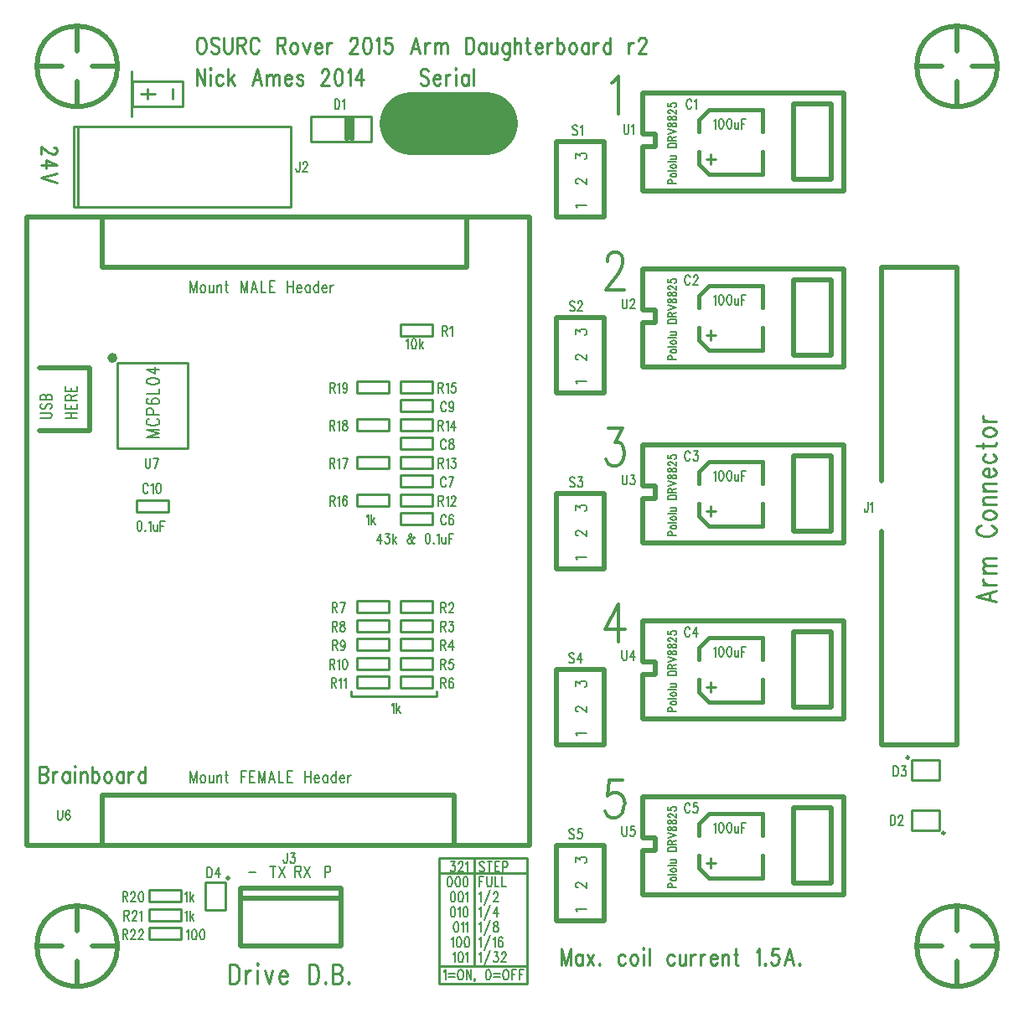
<source format=gto>
*
*
G04 PADS 9.5 Build Number: 522968 generated Gerber (RS-274-X) file*
G04 PC Version=2.1*
*
%IN "Arm Board r1.pcb"*%
*
%MOIN*%
*
%FSLAX35Y35*%
*
*
*
*
G04 PC Standard Apertures*
*
*
G04 Thermal Relief Aperture macro.*
%AMTER*
1,1,$1,0,0*
1,0,$1-$2,0,0*
21,0,$3,$4,0,0,45*
21,0,$3,$4,0,0,135*
%
*
*
G04 Annular Aperture macro.*
%AMANN*
1,1,$1,0,0*
1,0,$2,0,0*
%
*
*
G04 Odd Aperture macro.*
%AMODD*
1,1,$1,0,0*
1,0,$1-0.005,0,0*
%
*
*
G04 PC Custom Aperture Macros*
*
*
*
*
*
*
G04 PC Aperture Table*
*
%ADD010C,0.001*%
%ADD018C,0.01*%
%ADD022C,0.015*%
%ADD056C,0.02*%
%ADD057C,0.008*%
%ADD058C,0.01969*%
%ADD059C,0.00984*%
%ADD060C,0.007*%
%ADD061C,0.013*%
%ADD062C,0.25*%
*
*
*
*
G04 PC Circuitry*
G04 Layer Name Arm Board r1.pcb - circuitry*
%LPD*%
*
*
G04 PC Custom Flashes*
G04 Layer Name Arm Board r1.pcb - flashes*
%LPD*%
*
*
G04 PC Circuitry*
G04 Layer Name Arm Board r1.pcb - circuitry*
%LPD*%
*
G54D10*
G54D18*
G01X261299Y367362D02*
X248701D01*
Y362638*
X261299*
Y367362D02*
Y362638D01*
X255675*
X205000Y414000D02*
Y446000D01*
X118622*
Y414000*
X205000*
X120197Y414252D02*
Y445748D01*
X237000Y440000D02*
X213000D01*
Y450000*
X237000*
Y440000*
X231201Y230138D02*
X243799D01*
Y234862*
X231201*
Y230138D02*
Y234862D01*
X236825*
X231201Y222638D02*
X243799D01*
Y227362*
X231201*
Y222638D02*
Y227362D01*
X236825*
X261299Y257362D02*
X248701D01*
Y252638*
X261299*
Y257362D02*
Y252638D01*
X255675*
X261299Y249862D02*
X248701D01*
Y245138*
X261299*
Y249862D02*
Y245138D01*
X255675*
X261299Y242362D02*
X248701D01*
Y237638*
X261299*
Y242362D02*
Y237638D01*
X255675*
X261299Y234862D02*
X248701D01*
Y230138*
X261299*
Y234862D02*
Y230138D01*
X255675*
X261299Y227362D02*
X248701D01*
Y222638*
X261299*
Y227362D02*
Y222638D01*
X255675*
X231201Y252638D02*
X243799D01*
Y257362*
X231201*
Y252638D02*
Y257362D01*
X236825*
X231201Y245138D02*
X243799D01*
Y249862*
X231201*
Y245138D02*
Y249862D01*
X236825*
X231201Y237638D02*
X243799D01*
Y242362*
X231201*
Y237638D02*
Y242362D01*
X236825*
X463012Y166063D02*
X451988D01*
Y173937*
X463012*
Y166063*
X465187Y165000D02*
G75*
G03X465187I-600J0D01*
G01X261299Y292362D02*
X248701D01*
Y287638*
X261299*
Y292362D02*
Y287638D01*
X255675*
X261299Y307362D02*
X248701D01*
Y302638*
X261299*
Y307362D02*
Y302638D01*
X255675*
X261299Y322362D02*
X248701D01*
Y317638*
X261299*
Y322362D02*
Y317638D01*
X255675*
X261299Y337362D02*
X248701D01*
Y332638*
X261299*
Y337362D02*
Y332638D01*
X255675*
X136000Y345000D02*
Y318000D01*
X164000*
Y352000*
X136000*
Y345000*
X261299Y299862D02*
X248701D01*
Y295138*
X261299*
Y299862D02*
Y295138D01*
X255675*
X261299Y314862D02*
X248701D01*
Y310138*
X261299*
Y314862D02*
Y310138D01*
X255675*
X261299Y329862D02*
X248701D01*
Y325138*
X261299*
Y329862D02*
Y325138D01*
X255675*
X261299Y344862D02*
X248701D01*
Y340138*
X261299*
Y344862D02*
Y340138D01*
X255675*
X231201Y295138D02*
X243799D01*
Y299862*
X231201*
Y295138D02*
Y299862D01*
X236825*
X231201Y310138D02*
X243799D01*
Y314862*
X231201*
Y310138D02*
Y314862D01*
X236825*
X231201Y325138D02*
X243799D01*
Y329862*
X231201*
Y325138D02*
Y329862D01*
X236825*
X231201Y340138D02*
X243799D01*
Y344862*
X231201*
Y340138D02*
Y344862D01*
X236825*
X451988Y193937D02*
X463012D01*
Y186063*
X451988*
Y193937*
X451013Y195000D02*
G03X451013I-600J0D01*
G01X161299Y142362D02*
X148701D01*
Y137638*
X161299*
Y142362D02*
Y137638D01*
X155675*
X161299Y134862D02*
X148701D01*
Y130138*
X161299*
Y134862D02*
Y130138D01*
X155675*
X161299Y127362D02*
X148701D01*
Y122638*
X161299*
Y127362D02*
Y122638D01*
X155675*
X178937Y145512D02*
Y134488D01*
X171063*
Y145512*
X178937*
X180600Y147087D02*
G03X180600I-600J0D01*
G01X156299Y297362D02*
X143701D01*
Y292638*
X156299*
Y297362D02*
Y292638D01*
X150675*
X110500Y437886D02*
X110813D01*
X110813D02*
X111438Y437659D01*
X111438D02*
X111750Y437432D01*
X112063Y436977*
X112063D02*
Y436068D01*
X112063D02*
X111750Y435614D01*
X111438Y435386*
X111438D02*
X110813Y435159D01*
X110813D02*
X110188D01*
X110188D02*
X109563Y435386D01*
X109563D02*
X108625Y435841D01*
X105500Y438114*
Y434932*
X112063Y430614D02*
X107688Y432886D01*
X107688D02*
Y429477D01*
X112063Y430614D02*
X105500D01*
X112063Y427432D02*
X105500Y425614D01*
X112063Y423795D02*
X105500Y425614D01*
X158094Y457000D02*
Y461091D01*
X145281Y459045D02*
X150906D01*
X148094Y457000D02*
Y461091D01*
X180591Y112875D02*
Y105000D01*
Y112875D02*
X182500D01*
X183318Y112500*
X183864Y111750*
X184136Y111000*
X184409Y109875*
Y108000*
X184136Y106875*
X183864Y106125*
X183318Y105375*
X182500Y105000*
X180591*
X186864Y110250D02*
Y105000D01*
Y108000D02*
X187136Y109125D01*
X187682Y109875*
X188227Y110250*
X189045*
X191500Y112875D02*
X191773Y112500D01*
X192045Y112875*
X191773Y113250*
X191500Y112875*
X191773Y110250D02*
Y105000D01*
X194500Y110250D02*
X196136Y105000D01*
X197773Y110250D02*
X196136Y105000D01*
X200227Y108000D02*
X203500D01*
Y108750*
X203227Y109500*
X202955Y109875*
X202409Y110250*
X201591*
X201045Y109875*
X200500Y109125*
X200227Y108000*
Y107250*
X200500Y106125*
X201045Y105375*
X201591Y105000*
X202409*
X202955Y105375*
X203500Y106125*
X212227Y112875D02*
Y105000D01*
Y112875D02*
X214136D01*
X214955Y112500*
X215500Y111750*
X215773Y111000*
X216045Y109875*
Y108000*
X215773Y106875*
X215500Y106125*
X214955Y105375*
X214136Y105000*
X212227*
X218773Y105750D02*
X218500Y105375D01*
X218773Y105000*
X219045Y105375*
X218773Y105750*
X221500Y112875D02*
Y105000D01*
Y112875D02*
X223955D01*
X224773Y112500*
X225045Y112125*
X225318Y111375*
Y110625*
X225045Y109875*
X224773Y109500*
X223955Y109125*
X221500D02*
X223955D01*
X224773Y108750*
X225045Y108375*
X225318Y107625*
Y106500*
X225045Y105750*
X224773Y105375*
X223955Y105000*
X221500*
X228045Y105750D02*
X227773Y105375D01*
X228045Y105000*
X228318Y105375*
X228045Y105750*
X168864Y481563D02*
X168409Y481250D01*
X167955Y480625*
X167727Y480000*
X167500Y479063*
X167500D02*
Y477500D01*
X167727Y476563*
X167727D02*
X167955Y475938D01*
X167955D02*
X168409Y475313D01*
X168409D02*
X168864Y475000D01*
X169773*
X170227Y475313*
X170227D02*
X170682Y475938D01*
X170682D02*
X170909Y476563D01*
X170909D02*
X171136Y477500D01*
Y479063*
X171136D02*
X170909Y480000D01*
X170682Y480625*
X170227Y481250*
X169773Y481563*
X169773D02*
X168864D01*
X176364Y480625D02*
X175909Y481250D01*
X175227Y481563*
X175227D02*
X174318D01*
X174318D02*
X173636Y481250D01*
X173182Y480625*
Y480000*
X173409Y479375*
X173636Y479063*
X173636D02*
X174091Y478750D01*
X175455Y478125*
X175909Y477813*
X175909D02*
X176136Y477500D01*
X176364Y476875*
Y475938*
X176364D02*
X175909Y475313D01*
X175909D02*
X175227Y475000D01*
X174318*
X173636Y475313*
X173636D02*
X173182Y475938D01*
X178409Y481563D02*
Y476875D01*
X178636Y475938*
X178636D02*
X179091Y475313D01*
X179091D02*
X179773Y475000D01*
X180227*
X180909Y475313*
X180909D02*
X181364Y475938D01*
X181364D02*
X181591Y476875D01*
Y481563*
X183636D02*
Y475000D01*
Y481563D02*
X185682D01*
X185682D02*
X186364Y481250D01*
X186591Y480938*
X186591D02*
X186818Y480313D01*
X186818D02*
Y479688D01*
X186818D02*
X186591Y479063D01*
X186591D02*
X186364Y478750D01*
X185682Y478438*
X185682D02*
X183636D01*
X185227D02*
X186818Y475000D01*
X192273Y480000D02*
X192045Y480625D01*
X191591Y481250*
X191136Y481563*
X191136D02*
X190227D01*
X190227D02*
X189773Y481250D01*
X189318Y480625*
X189091Y480000*
X188864Y479063*
X188864D02*
Y477500D01*
X189091Y476563*
X189091D02*
X189318Y475938D01*
X189318D02*
X189773Y475313D01*
X189773D02*
X190227Y475000D01*
X191136*
X191591Y475313*
X191591D02*
X192045Y475938D01*
X192045D02*
X192273Y476563D01*
X199545Y481563D02*
Y475000D01*
Y481563D02*
X201591D01*
X201591D02*
X202273Y481250D01*
X202500Y480938*
X202500D02*
X202727Y480313D01*
X202727D02*
Y479688D01*
X202727D02*
X202500Y479063D01*
X202500D02*
X202273Y478750D01*
X201591Y478438*
X201591D02*
X199545D01*
X201136D02*
X202727Y475000D01*
X205909Y479375D02*
X205455Y479063D01*
X205455D02*
X205000Y478438D01*
X205000D02*
X204773Y477500D01*
Y476875*
X205000Y475938*
X205000D02*
X205455Y475313D01*
X205455D02*
X205909Y475000D01*
X206591*
X207045Y475313*
X207045D02*
X207500Y475938D01*
X207500D02*
X207727Y476875D01*
Y477500*
X207500Y478438*
X207500D02*
X207045Y479063D01*
X207045D02*
X206591Y479375D01*
X205909*
X209773D02*
X211136Y475000D01*
X212500Y479375D02*
X211136Y475000D01*
X214545Y477500D02*
X217273D01*
Y478125*
X217045Y478750*
X216818Y479063*
X216818D02*
X216364Y479375D01*
X215682*
X215227Y479063*
X215227D02*
X214773Y478438D01*
X214773D02*
X214545Y477500D01*
Y476875*
X214773Y475938*
X214773D02*
X215227Y475313D01*
X215227D02*
X215682Y475000D01*
X216364*
X216818Y475313*
X216818D02*
X217273Y475938D01*
X219318Y479375D02*
Y475000D01*
Y477500D02*
X219545Y478438D01*
X219545D02*
X220000Y479063D01*
X220000D02*
X220455Y479375D01*
X221136*
X228636Y480000D02*
Y480313D01*
X228636D02*
X228864Y480938D01*
X228864D02*
X229091Y481250D01*
X229545Y481563*
X229545D02*
X230455D01*
X230455D02*
X230909Y481250D01*
X231136Y480938*
X231136D02*
X231364Y480313D01*
X231364D02*
Y479688D01*
X231364D02*
X231136Y479063D01*
X231136D02*
X230682Y478125D01*
X228409Y475000*
X231591*
X235000Y481563D02*
X234318Y481250D01*
X233864Y480313*
X233864D02*
X233636Y478750D01*
Y477813*
X233636D02*
X233864Y476250D01*
X234318Y475313*
X234318D02*
X235000Y475000D01*
X235455*
X236136Y475313*
X236136D02*
X236591Y476250D01*
X236818Y477813*
X236818D02*
Y478750D01*
X236591Y480313*
X236591D02*
X236136Y481250D01*
X235455Y481563*
X235455D02*
X235000D01*
X238864Y480313D02*
X239318Y480625D01*
X240000Y481563*
X240000D02*
Y475000D01*
X245000Y481563D02*
X242727D01*
X242727D02*
X242500Y478750D01*
X242727Y479063*
X242727D02*
X243409Y479375D01*
X244091*
X244773Y479063*
X244773D02*
X245227Y478438D01*
X245227D02*
X245455Y477500D01*
X245227Y476875*
X245000Y475938*
X245000D02*
X244545Y475313D01*
X244545D02*
X243864Y475000D01*
X243182*
X242500Y475313*
X242500D02*
X242273Y475625D01*
X242045Y476250*
X254545Y481563D02*
X252727Y475000D01*
X254545Y481563D02*
X256364Y475000D01*
X253409Y477188D02*
X255682D01*
X258409Y479375D02*
Y475000D01*
Y477500D02*
X258636Y478438D01*
X258636D02*
X259091Y479063D01*
X259091D02*
X259545Y479375D01*
X260227*
X262273D02*
Y475000D01*
Y478125D02*
X262955Y479063D01*
X262955D02*
X263409Y479375D01*
X264091*
X264545Y479063*
X264545D02*
X264773Y478125D01*
Y475000*
Y478125D02*
X265455Y479063D01*
X265455D02*
X265909Y479375D01*
X266591*
X267045Y479063*
X267045D02*
X267273Y478125D01*
Y475000*
X274545Y481563D02*
Y475000D01*
Y481563D02*
X276136D01*
X276136D02*
X276818Y481250D01*
X277273Y480625*
X277500Y480000*
X277727Y479063*
X277727D02*
Y477500D01*
X277500Y476563*
X277500D02*
X277273Y475938D01*
X277273D02*
X276818Y475313D01*
X276818D02*
X276136Y475000D01*
X274545*
X282500Y479375D02*
Y475000D01*
Y478438D02*
X282045Y479063D01*
X282045D02*
X281591Y479375D01*
X280909*
X280455Y479063*
X280455D02*
X280000Y478438D01*
X280000D02*
X279773Y477500D01*
Y476875*
X280000Y475938*
X280000D02*
X280455Y475313D01*
X280455D02*
X280909Y475000D01*
X281591*
X282045Y475313*
X282045D02*
X282500Y475938D01*
X284545Y479375D02*
Y476250D01*
X284773Y475313*
X284773D02*
X285227Y475000D01*
X285909*
X286364Y475313*
X286364D02*
X287045Y476250D01*
Y479375D02*
Y475000D01*
X291818Y479375D02*
Y474375D01*
X291591Y473437*
X291591D02*
X291364Y473125D01*
X290909Y472812*
X290909D02*
X290227D01*
X290227D02*
X289773Y473125D01*
X291818Y478438D02*
X291364Y479063D01*
X291364D02*
X290909Y479375D01*
X290227*
X289773Y479063*
X289773D02*
X289318Y478438D01*
X289318D02*
X289091Y477500D01*
Y476875*
X289318Y475938*
X289318D02*
X289773Y475313D01*
X289773D02*
X290227Y475000D01*
X290909*
X291364Y475313*
X291364D02*
X291818Y475938D01*
X293864Y481563D02*
Y475000D01*
Y478125D02*
X294545Y479063D01*
X294545D02*
X295000Y479375D01*
X295682*
X296136Y479063*
X296136D02*
X296364Y478125D01*
Y475000*
X299091Y481563D02*
Y476250D01*
X299318Y475313*
X299318D02*
X299773Y475000D01*
X300227*
X298409Y479375D02*
X300000D01*
X302273Y477500D02*
X305000D01*
Y478125*
X304773Y478750*
X304545Y479063*
X304545D02*
X304091Y479375D01*
X303409*
X302955Y479063*
X302955D02*
X302500Y478438D01*
X302500D02*
X302273Y477500D01*
Y476875*
X302500Y475938*
X302500D02*
X302955Y475313D01*
X302955D02*
X303409Y475000D01*
X304091*
X304545Y475313*
X304545D02*
X305000Y475938D01*
X307045Y479375D02*
Y475000D01*
Y477500D02*
X307273Y478438D01*
X307273D02*
X307727Y479063D01*
X307727D02*
X308182Y479375D01*
X308864*
X310909Y481563D02*
Y475000D01*
Y478438D02*
X311364Y479063D01*
X311364D02*
X311818Y479375D01*
X312500*
X312955Y479063*
X312955D02*
X313409Y478438D01*
X313409D02*
X313636Y477500D01*
Y476875*
X313409Y475938*
X313409D02*
X312955Y475313D01*
X312955D02*
X312500Y475000D01*
X311818*
X311364Y475313*
X311364D02*
X310909Y475938D01*
X316818Y479375D02*
X316364Y479063D01*
X316364D02*
X315909Y478438D01*
X315909D02*
X315682Y477500D01*
Y476875*
X315909Y475938*
X315909D02*
X316364Y475313D01*
X316364D02*
X316818Y475000D01*
X317500*
X317955Y475313*
X317955D02*
X318409Y475938D01*
X318409D02*
X318636Y476875D01*
Y477500*
X318409Y478438*
X318409D02*
X317955Y479063D01*
X317955D02*
X317500Y479375D01*
X316818*
X323409D02*
Y475000D01*
Y478438D02*
X322955Y479063D01*
X322955D02*
X322500Y479375D01*
X321818*
X321364Y479063*
X321364D02*
X320909Y478438D01*
X320909D02*
X320682Y477500D01*
Y476875*
X320909Y475938*
X320909D02*
X321364Y475313D01*
X321364D02*
X321818Y475000D01*
X322500*
X322955Y475313*
X322955D02*
X323409Y475938D01*
X325455Y479375D02*
Y475000D01*
Y477500D02*
X325682Y478438D01*
X325682D02*
X326136Y479063D01*
X326136D02*
X326591Y479375D01*
X327273*
X332045Y481563D02*
Y475000D01*
Y478438D02*
X331591Y479063D01*
X331591D02*
X331136Y479375D01*
X330455*
X330000Y479063*
X330000D02*
X329545Y478438D01*
X329545D02*
X329318Y477500D01*
Y476875*
X329545Y475938*
X329545D02*
X330000Y475313D01*
X330000D02*
X330455Y475000D01*
X331136*
X331591Y475313*
X331591D02*
X332045Y475938D01*
X339318Y479375D02*
Y475000D01*
Y477500D02*
X339545Y478438D01*
X339545D02*
X340000Y479063D01*
X340000D02*
X340455Y479375D01*
X341136*
X343409Y480000D02*
Y480313D01*
X343409D02*
X343636Y480938D01*
X343636D02*
X343864Y481250D01*
X344318Y481563*
X344318D02*
X345227D01*
X345227D02*
X345682Y481250D01*
X345909Y480938*
X345909D02*
X346136Y480313D01*
X346136D02*
Y479688D01*
X346136D02*
X345909Y479063D01*
X345909D02*
X345455Y478125D01*
X343182Y475000*
X346364*
X167500Y469063D02*
Y462500D01*
Y469063D02*
X170682Y462500D01*
Y469063D02*
Y462500D01*
X172727Y469063D02*
X172955Y468750D01*
X173182Y469063*
X173182D02*
X172955Y469375D01*
X172727Y469063*
X172955Y466875D02*
Y462500D01*
X177955Y465938D02*
X177500Y466563D01*
X177500D02*
X177045Y466875D01*
X176364*
X175909Y466563*
X175909D02*
X175455Y465938D01*
X175455D02*
X175227Y465000D01*
Y464375*
X175455Y463438*
X175455D02*
X175909Y462813D01*
X175909D02*
X176364Y462500D01*
X177045*
X177500Y462813*
X177500D02*
X177955Y463438D01*
X180000Y469063D02*
Y462500D01*
X182273Y466875D02*
X180000Y463750D01*
X180909Y465000D02*
X182500Y462500D01*
X191591Y469063D02*
X189773Y462500D01*
X191591Y469063D02*
X193409Y462500D01*
X190455Y464688D02*
X192727D01*
X195455Y466875D02*
Y462500D01*
Y465625D02*
X196136Y466563D01*
X196136D02*
X196591Y466875D01*
X197273*
X197727Y466563*
X197727D02*
X197955Y465625D01*
Y462500*
Y465625D02*
X198636Y466563D01*
X198636D02*
X199091Y466875D01*
X199773*
X200227Y466563*
X200227D02*
X200455Y465625D01*
Y462500*
X202500Y465000D02*
X205227D01*
Y465625*
X205000Y466250*
X204773Y466563*
X204773D02*
X204318Y466875D01*
X203636*
X203182Y466563*
X203182D02*
X202727Y465938D01*
X202727D02*
X202500Y465000D01*
Y464375*
X202727Y463438*
X202727D02*
X203182Y462813D01*
X203182D02*
X203636Y462500D01*
X204318*
X204773Y462813*
X204773D02*
X205227Y463438D01*
X209773Y465938D02*
X209545Y466563D01*
X209545D02*
X208864Y466875D01*
X208182*
X207500Y466563*
X207500D02*
X207273Y465938D01*
X207273D02*
X207500Y465313D01*
X207500D02*
X207955Y465000D01*
X209091Y464688*
X209091D02*
X209545Y464375D01*
X209773Y463750*
Y463438*
X209773D02*
X209545Y462813D01*
X209545D02*
X208864Y462500D01*
X208182*
X207500Y462813*
X207500D02*
X207273Y463438D01*
X217273Y467500D02*
Y467813D01*
X217273D02*
X217500Y468438D01*
X217500D02*
X217727Y468750D01*
X218182Y469063*
X218182D02*
X219091D01*
X219091D02*
X219545Y468750D01*
X219773Y468438*
X219773D02*
X220000Y467813D01*
X220000D02*
Y467188D01*
X220000D02*
X219773Y466563D01*
X219773D02*
X219318Y465625D01*
X217045Y462500*
X220227*
X223636Y469063D02*
X222955Y468750D01*
X222500Y467813*
X222500D02*
X222273Y466250D01*
Y465313*
X222273D02*
X222500Y463750D01*
X222955Y462813*
X222955D02*
X223636Y462500D01*
X224091*
X224773Y462813*
X224773D02*
X225227Y463750D01*
X225455Y465313*
X225455D02*
Y466250D01*
X225227Y467813*
X225227D02*
X224773Y468750D01*
X224091Y469063*
X224091D02*
X223636D01*
X227500Y467813D02*
X227955Y468125D01*
X228636Y469063*
X228636D02*
Y462500D01*
X232955Y469063D02*
X230682Y464688D01*
X230682D02*
X234091D01*
X232955Y469063D02*
Y462500D01*
X477625Y259182D02*
X485500Y257000D01*
X477625Y259182D02*
X485500Y261364D01*
X482875Y257818D02*
Y260545D01*
X480250Y263818D02*
X485500D01*
X482500D02*
X481375Y264091D01*
X480625Y264636*
X480250Y265182*
Y266000*
Y268455D02*
X485500D01*
X481750D02*
X480625Y269273D01*
X480250Y269818*
Y270636*
X480625Y271182*
X481750Y271455*
X485500*
X481750D02*
X480625Y272273D01*
X480250Y272818*
Y273636*
X480625Y274182*
X481750Y274455*
X485500*
X479500Y287273D02*
X478750Y287000D01*
X478000Y286455*
X477625Y285909*
Y284818*
X478000Y284273*
X478750Y283727*
X479500Y283455*
X480625Y283182*
X482500*
X483625Y283455*
X484375Y283727*
X485125Y284273*
X485500Y284818*
Y285909*
X485125Y286455*
X484375Y287000*
X483625Y287273*
X480250Y291091D02*
X480625Y290545D01*
X481375Y290000*
X482500Y289727*
X483250*
X484375Y290000*
X485125Y290545*
X485500Y291091*
Y291909*
X485125Y292455*
X484375Y293000*
X483250Y293273*
X482500*
X481375Y293000*
X480625Y292455*
X480250Y291909*
Y291091*
Y295727D02*
X485500D01*
X481750D02*
X480625Y296545D01*
X480250Y297091*
Y297909*
X480625Y298455*
X481750Y298727*
X485500*
X480250Y301182D02*
X485500D01*
X481750D02*
X480625Y302000D01*
X480250Y302545*
Y303364*
X480625Y303909*
X481750Y304182*
X485500*
X482500Y306636D02*
Y309909D01*
X481750*
X481000Y309636*
X480625Y309364*
X480250Y308818*
Y308000*
X480625Y307455*
X481375Y306909*
X482500Y306636*
X483250*
X484375Y306909*
X485125Y307455*
X485500Y308000*
Y308818*
X485125Y309364*
X484375Y309909*
X481375Y315636D02*
X480625Y315091D01*
X480250Y314545*
Y313727*
X480625Y313182*
X481375Y312636*
X482500Y312364*
X483250*
X484375Y312636*
X485125Y313182*
X485500Y313727*
Y314545*
X485125Y315091*
X484375Y315636*
X477625Y318909D02*
X484000D01*
X485125Y319182*
X485500Y319727*
Y320273*
X480250Y318091D02*
Y320000D01*
Y324091D02*
X480625Y323545D01*
X481375Y323000*
X482500Y322727*
X483250*
X484375Y323000*
X485125Y323545*
X485500Y324091*
Y324909*
X485125Y325455*
X484375Y326000*
X483250Y326273*
X482500*
X481375Y326000*
X480625Y325455*
X480250Y324909*
Y324091*
Y328727D02*
X485500D01*
X482500D02*
X481375Y329000D01*
X480625Y329545*
X480250Y330091*
Y330909*
X259659Y468125D02*
X259205Y468750D01*
X258523Y469063*
X258523D02*
X257614D01*
X257614D02*
X256932Y468750D01*
X256477Y468125*
Y467500*
X256705Y466875*
X256932Y466563*
X256932D02*
X257386Y466250D01*
X258750Y465625*
X259205Y465313*
X259205D02*
X259432Y465000D01*
X259659Y464375*
Y463438*
X259659D02*
X259205Y462813D01*
X259205D02*
X258523Y462500D01*
X257614*
X256932Y462813*
X256932D02*
X256477Y463438D01*
X261705Y465000D02*
X264432D01*
Y465625*
X264205Y466250*
X263977Y466563*
X263977D02*
X263523Y466875D01*
X262841*
X262386Y466563*
X262386D02*
X261932Y465938D01*
X261932D02*
X261705Y465000D01*
Y464375*
X261932Y463438*
X261932D02*
X262386Y462813D01*
X262386D02*
X262841Y462500D01*
X263523*
X263977Y462813*
X263977D02*
X264432Y463438D01*
X266477Y466875D02*
Y462500D01*
Y465000D02*
X266705Y465938D01*
X266705D02*
X267159Y466563D01*
X267159D02*
X267614Y466875D01*
X268295*
X270341Y469063D02*
X270568Y468750D01*
X270795Y469063*
X270795D02*
X270568Y469375D01*
X270341Y469063*
X270568Y466875D02*
Y462500D01*
X275568Y466875D02*
Y462500D01*
Y465938D02*
X275114Y466563D01*
X275114D02*
X274659Y466875D01*
X273977*
X273523Y466563*
X273523D02*
X273068Y465938D01*
X273068D02*
X272841Y465000D01*
Y464375*
X273068Y463438*
X273068D02*
X273523Y462813D01*
X273523D02*
X273977Y462500D01*
X274659*
X275114Y462813*
X275114D02*
X275568Y463438D01*
X277614Y469063D02*
Y462500D01*
X312500Y119063D02*
Y112500D01*
Y119063D02*
X314318Y112500D01*
X316136Y119063D02*
X314318Y112500D01*
X316136Y119063D02*
Y112500D01*
X320909Y116875D02*
Y112500D01*
Y115938D02*
X320455Y116563D01*
X320455D02*
X320000Y116875D01*
X319318*
X318864Y116563*
X318864D02*
X318409Y115938D01*
X318409D02*
X318182Y115000D01*
Y114375*
X318409Y113438*
X318409D02*
X318864Y112813D01*
X318864D02*
X319318Y112500D01*
X320000*
X320455Y112813*
X320455D02*
X320909Y113438D01*
X322955Y116875D02*
X325455Y112500D01*
Y116875D02*
X322955Y112500D01*
X327727Y113125D02*
X327500Y112813D01*
X327500D02*
X327727Y112500D01*
X327955Y112813*
X327955D02*
X327727Y113125D01*
X337955Y115938D02*
X337500Y116563D01*
X337500D02*
X337045Y116875D01*
X336364*
X335909Y116563*
X335909D02*
X335455Y115938D01*
X335455D02*
X335227Y115000D01*
Y114375*
X335455Y113438*
X335455D02*
X335909Y112813D01*
X335909D02*
X336364Y112500D01*
X337045*
X337500Y112813*
X337500D02*
X337955Y113438D01*
X341136Y116875D02*
X340682Y116563D01*
X340682D02*
X340227Y115938D01*
X340227D02*
X340000Y115000D01*
Y114375*
X340227Y113438*
X340227D02*
X340682Y112813D01*
X340682D02*
X341136Y112500D01*
X341818*
X342273Y112813*
X342273D02*
X342727Y113438D01*
X342727D02*
X342955Y114375D01*
Y115000*
X342727Y115938*
X342727D02*
X342273Y116563D01*
X342273D02*
X341818Y116875D01*
X341136*
X345000Y119063D02*
X345227Y118750D01*
X345455Y119063*
X345455D02*
X345227Y119375D01*
X345000Y119063*
X345227Y116875D02*
Y112500D01*
X347500Y119063D02*
Y112500D01*
X357500Y115938D02*
X357045Y116563D01*
X357045D02*
X356591Y116875D01*
X355909*
X355455Y116563*
X355455D02*
X355000Y115938D01*
X355000D02*
X354773Y115000D01*
Y114375*
X355000Y113438*
X355000D02*
X355455Y112813D01*
X355455D02*
X355909Y112500D01*
X356591*
X357045Y112813*
X357045D02*
X357500Y113438D01*
X359545Y116875D02*
Y113750D01*
X359773Y112813*
X359773D02*
X360227Y112500D01*
X360909*
X361364Y112813*
X361364D02*
X362045Y113750D01*
Y116875D02*
Y112500D01*
X364091Y116875D02*
Y112500D01*
Y115000D02*
X364318Y115938D01*
X364318D02*
X364773Y116563D01*
X364773D02*
X365227Y116875D01*
X365909*
X367955D02*
Y112500D01*
Y115000D02*
X368182Y115938D01*
X368182D02*
X368636Y116563D01*
X368636D02*
X369091Y116875D01*
X369773*
X371818Y115000D02*
X374545D01*
Y115625*
X374318Y116250*
X374091Y116563*
X374091D02*
X373636Y116875D01*
X372955*
X372500Y116563*
X372500D02*
X372045Y115938D01*
X372045D02*
X371818Y115000D01*
Y114375*
X372045Y113438*
X372045D02*
X372500Y112813D01*
X372500D02*
X372955Y112500D01*
X373636*
X374091Y112813*
X374091D02*
X374545Y113438D01*
X376591Y116875D02*
Y112500D01*
Y115625D02*
X377273Y116563D01*
X377273D02*
X377727Y116875D01*
X378409*
X378864Y116563*
X378864D02*
X379091Y115625D01*
Y112500*
X381818Y119063D02*
Y113750D01*
X382045Y112813*
X382045D02*
X382500Y112500D01*
X382955*
X381136Y116875D02*
X382727D01*
X390227Y117813D02*
X390682Y118125D01*
X391364Y119063*
X391364D02*
Y112500D01*
X393636Y113125D02*
X393409Y112813D01*
X393409D02*
X393636Y112500D01*
X393864Y112813*
X393864D02*
X393636Y113125D01*
X398864Y119063D02*
X396591D01*
X396591D02*
X396364Y116250D01*
X396591Y116563*
X396591D02*
X397273Y116875D01*
X397955*
X398636Y116563*
X398636D02*
X399091Y115938D01*
X399091D02*
X399318Y115000D01*
X399091Y114375*
X398864Y113438*
X398864D02*
X398409Y112813D01*
X398409D02*
X397727Y112500D01*
X397045*
X396364Y112813*
X396364D02*
X396136Y113125D01*
X395909Y113750*
X403182Y119063D02*
X401364Y112500D01*
X403182Y119063D02*
X405000Y112500D01*
X402045Y114688D02*
X404318D01*
X407273Y113125D02*
X407045Y112813D01*
X407045D02*
X407273Y112500D01*
X407500Y112813*
X407500D02*
X407273Y113125D01*
X105000Y191563D02*
Y185000D01*
Y191563D02*
X107045D01*
X107045D02*
X107727Y191250D01*
X107955Y190938*
X107955D02*
X108182Y190313D01*
X108182D02*
Y189688D01*
X108182D02*
X107955Y189063D01*
X107955D02*
X107727Y188750D01*
X107045Y188438*
X105000D02*
X107045D01*
X107045D02*
X107727Y188125D01*
X107955Y187813*
X107955D02*
X108182Y187188D01*
X108182D02*
Y186250D01*
X107955Y185625*
X107727Y185313*
X107727D02*
X107045Y185000D01*
X105000*
X110227Y189375D02*
Y185000D01*
Y187500D02*
X110455Y188438D01*
X110455D02*
X110909Y189063D01*
X110909D02*
X111364Y189375D01*
X112045*
X116818D02*
Y185000D01*
Y188438D02*
X116364Y189063D01*
X116364D02*
X115909Y189375D01*
X115227*
X114773Y189063*
X114773D02*
X114318Y188438D01*
X114318D02*
X114091Y187500D01*
Y186875*
X114318Y185938*
X114318D02*
X114773Y185313D01*
X114773D02*
X115227Y185000D01*
X115909*
X116364Y185313*
X116364D02*
X116818Y185938D01*
X118864Y191563D02*
X119091Y191250D01*
X119318Y191563*
X119318D02*
X119091Y191875D01*
X118864Y191563*
X119091Y189375D02*
Y185000D01*
X121364Y189375D02*
Y185000D01*
Y188125D02*
X122045Y189063D01*
X122045D02*
X122500Y189375D01*
X123182*
X123636Y189063*
X123636D02*
X123864Y188125D01*
Y185000*
X125909Y191563D02*
Y185000D01*
Y188438D02*
X126364Y189063D01*
X126364D02*
X126818Y189375D01*
X127500*
X127955Y189063*
X127955D02*
X128409Y188438D01*
X128409D02*
X128636Y187500D01*
Y186875*
X128409Y185938*
X128409D02*
X127955Y185313D01*
X127955D02*
X127500Y185000D01*
X126818*
X126364Y185313*
X126364D02*
X125909Y185938D01*
X131818Y189375D02*
X131364Y189063D01*
X131364D02*
X130909Y188438D01*
X130909D02*
X130682Y187500D01*
Y186875*
X130909Y185938*
X130909D02*
X131364Y185313D01*
X131364D02*
X131818Y185000D01*
X132500*
X132955Y185313*
X132955D02*
X133409Y185938D01*
X133409D02*
X133636Y186875D01*
Y187500*
X133409Y188438*
X133409D02*
X132955Y189063D01*
X132955D02*
X132500Y189375D01*
X131818*
X138409D02*
Y185000D01*
Y188438D02*
X137955Y189063D01*
X137955D02*
X137500Y189375D01*
X136818*
X136364Y189063*
X136364D02*
X135909Y188438D01*
X135909D02*
X135682Y187500D01*
Y186875*
X135909Y185938*
X135909D02*
X136364Y185313D01*
X136364D02*
X136818Y185000D01*
X137500*
X137955Y185313*
X137955D02*
X138409Y185938D01*
X140455Y189375D02*
Y185000D01*
Y187500D02*
X140682Y188438D01*
X140682D02*
X141136Y189063D01*
X141136D02*
X141591Y189375D01*
X142273*
X147045Y191563D02*
Y185000D01*
Y188438D02*
X146591Y189063D01*
X146591D02*
X146136Y189375D01*
X145455*
X145000Y189063*
X145000D02*
X144545Y188438D01*
X144545D02*
X144318Y187500D01*
Y186875*
X144545Y185938*
X144545D02*
X145000Y185313D01*
X145000D02*
X145455Y185000D01*
X146136*
X146591Y185313*
X146591D02*
X147045Y185938D01*
X162000Y454000D02*
X142000D01*
Y464000*
X162000*
Y454000*
X141500Y450000D02*
Y468000D01*
X229000Y221500D02*
Y219500D01*
X263000*
Y221500*
X278000Y154000D02*
Y112000D01*
X264000Y105000D02*
Y155000D01*
X299000*
Y105000*
X264000*
Y149000D02*
X299000D01*
X264000Y112000D02*
X298000D01*
X299000D02*
X297000D01*
X278000Y155000D02*
Y154000D01*
G54D22*
X380000Y427205D02*
X392795D01*
Y436063*
Y443937D02*
Y452795D01*
X380000*
X367205Y443937D02*
Y448858D01*
X371142Y452795*
X380000*
X367205Y436063D02*
Y431142D01*
X371142Y427205*
X380000*
Y357205D02*
X392795D01*
Y366063*
Y373937D02*
Y382795D01*
X380000*
X367205Y373937D02*
Y378858D01*
X371142Y382795*
X380000*
X367205Y366063D02*
Y361142D01*
X371142Y357205*
X380000*
Y287205D02*
X392795D01*
Y296063*
Y303937D02*
Y312795D01*
X380000*
X367205Y303937D02*
Y308858D01*
X371142Y312795*
X380000*
X367205Y296063D02*
Y291142D01*
X371142Y287205*
X380000*
Y217205D02*
X392795D01*
Y226063*
Y233937D02*
Y242795D01*
X380000*
X367205Y233937D02*
Y238858D01*
X371142Y242795*
X380000*
X367205Y226063D02*
Y221142D01*
X371142Y217205*
X380000*
Y147205D02*
X392795D01*
Y156063*
Y163937D02*
Y172795D01*
X380000*
X367205Y163937D02*
Y168858D01*
X371142Y172795*
X380000*
X367205Y156063D02*
Y151142D01*
X371142Y147205*
X380000*
G54D56*
X440000Y305000D02*
Y390000D01*
X470000*
Y200000*
X440000*
Y285000*
X329516Y410000D02*
X310484D01*
Y440000*
X329516*
Y410000*
Y340000D02*
X310484D01*
Y370000*
X329516*
Y340000*
Y270000D02*
X310484D01*
Y300000*
X329516*
Y270000*
Y200000D02*
X310484D01*
Y230000*
X329516*
Y200000*
Y130000D02*
X310484D01*
Y160000*
X329516*
Y130000*
X185000Y160000D02*
X195000D01*
Y410000D02*
X205000D01*
X100000Y165000D02*
Y170000D01*
X300000Y165000D02*
Y175000D01*
X100000Y160000D02*
X300000D01*
Y410000*
X100000*
Y160000*
X105000Y350000D02*
X125000D01*
Y325000*
X105000*
X130000Y410000D02*
Y390000D01*
X275000*
Y410000*
X130000Y160000D02*
Y180000D01*
X270000*
Y160000*
X136000Y120000D02*
G03X136000I-16000J0D01*
G01X120000Y136000D02*
Y126000D01*
X136000Y120000D02*
X126000D01*
X120000Y104000D02*
Y114000D01*
X104000Y120000D02*
X114000D01*
X136000Y470000D02*
G03X136000I-16000J0D01*
G01X120000Y486000D02*
Y476000D01*
X136000Y470000D02*
X126000D01*
X120000Y454000D02*
Y464000D01*
X104000Y470000D02*
X114000D01*
X486000D02*
G03X486000I-16000J0D01*
G01X470000Y486000D02*
Y476000D01*
X486000Y470000D02*
X476000D01*
X470000Y454000D02*
Y464000D01*
X454000Y470000D02*
X464000D01*
X486000Y120000D02*
G03X486000I-16000J0D01*
G01X470000Y136000D02*
Y126000D01*
X486000Y120000D02*
X476000D01*
X470000Y104000D02*
Y114000D01*
X454000Y120000D02*
X464000D01*
X135000Y354000D02*
G03X135000I-1000J0D01*
G01X225000Y120000D02*
Y143000D01*
X185000*
Y120000*
X225000*
Y139000D02*
X185000D01*
Y143000*
X225000*
Y139000*
X345000Y420484D02*
Y438000D01*
X350000*
Y443000*
X345000*
Y459516*
X425000*
Y420484*
X345000*
X405000Y425000D02*
X420000D01*
Y455000*
X405000*
Y425000*
X345000Y350484D02*
Y368000D01*
X350000*
Y373000*
X345000*
Y389516*
X425000*
Y350484*
X345000*
X405000Y355000D02*
X420000D01*
Y385000*
X405000*
Y355000*
X345000Y280484D02*
Y298000D01*
X350000*
Y303000*
X345000*
Y319516*
X425000*
Y280484*
X345000*
X405000Y285000D02*
X420000D01*
Y315000*
X405000*
Y285000*
X345000Y210484D02*
Y228000D01*
X350000*
Y233000*
X345000*
Y249516*
X425000*
Y210484*
X345000*
X405000Y215000D02*
X420000D01*
Y245000*
X405000*
Y215000*
X345000Y140484D02*
Y158000D01*
X350000*
Y163000*
X345000*
Y179516*
X425000*
Y140484*
X345000*
X405000Y145000D02*
X420000D01*
Y175000*
X405000*
Y145000*
G54D57*
X319016Y413884D02*
X318797Y414202D01*
X318141Y414680*
X322734*
X319234Y423327D02*
X319016D01*
X318578Y423486*
X318359Y423645*
X318141Y423964*
Y424600*
X318359Y424918*
X318578Y425077*
X319016Y425236*
X319453*
X319891Y425077*
X320547Y424759*
X322734Y423168*
Y425395*
X318141Y433486D02*
Y435236D01*
X319891Y434282*
Y434759*
X320109Y435077*
X320328Y435236*
X320984Y435395*
X321422*
X322078Y435236*
X322516Y434918*
X322734Y434441*
Y433964*
X322516Y433486*
X322297Y433327*
X321859Y433168*
X319016Y343884D02*
X318797Y344202D01*
X318141Y344680*
X322734*
X319234Y353327D02*
X319016D01*
X318578Y353486*
X318359Y353645*
X318141Y353964*
Y354600*
X318359Y354918*
X318578Y355077*
X319016Y355236*
X319453*
X319891Y355077*
X320547Y354759*
X322734Y353168*
Y355395*
X318141Y363486D02*
Y365236D01*
X319891Y364282*
Y364759*
X320109Y365077*
X320328Y365236*
X320984Y365395*
X321422*
X322078Y365236*
X322516Y364918*
X322734Y364441*
Y363964*
X322516Y363486*
X322297Y363327*
X321859Y363168*
X319016Y273884D02*
X318797Y274202D01*
X318141Y274680*
X322734*
X319234Y283327D02*
X319016D01*
X318578Y283486*
X318359Y283645*
X318141Y283964*
Y284600*
X318359Y284918*
X318578Y285077*
X319016Y285236*
X319453*
X319891Y285077*
X320547Y284759*
X322734Y283168*
Y285395*
X318141Y293486D02*
Y295236D01*
X319891Y294282*
Y294759*
X320109Y295077*
X320328Y295236*
X320984Y295395*
X321422*
X322078Y295236*
X322516Y294918*
X322734Y294441*
Y293964*
X322516Y293486*
X322297Y293327*
X321859Y293168*
X319016Y203884D02*
X318797Y204202D01*
X318141Y204680*
X322734*
X319234Y213327D02*
X319016D01*
X318578Y213486*
X318359Y213645*
X318141Y213964*
Y214600*
X318359Y214918*
X318578Y215077*
X319016Y215236*
X319453*
X319891Y215077*
X320547Y214759*
X322734Y213168*
Y215395*
X318141Y223486D02*
Y225236D01*
X319891Y224282*
Y224759*
X320109Y225077*
X320328Y225236*
X320984Y225395*
X321422*
X322078Y225236*
X322516Y224918*
X322734Y224441*
Y223964*
X322516Y223486*
X322297Y223327*
X321859Y223168*
X319016Y133884D02*
X318797Y134202D01*
X318141Y134680*
X322734*
X319234Y143327D02*
X319016D01*
X318578Y143486*
X318359Y143645*
X318141Y143964*
Y144600*
X318359Y144918*
X318578Y145077*
X319016Y145236*
X319453*
X319891Y145077*
X320547Y144759*
X322734Y143168*
Y145395*
X318141Y153486D02*
Y155236D01*
X319891Y154282*
Y154759*
X320109Y155077*
X320328Y155236*
X320984Y155395*
X321422*
X322078Y155236*
X322516Y154918*
X322734Y154441*
Y153964*
X322516Y153486*
X322297Y153327*
X321859Y153168*
X105406Y330000D02*
X108687D01*
X108687D02*
X109344Y330159D01*
X109781Y330477*
X110000Y330955*
Y331273*
X109781Y331750*
X109344Y332068*
X108687Y332227*
X108687D02*
X105406D01*
X106062Y335886D02*
X105625Y335568D01*
X105406Y335091*
Y334455*
X105625Y333977*
X106062Y333659*
X106062D02*
X106500D01*
X106937Y333818*
X106937D02*
X107156Y333977D01*
X107375Y334295*
X107812Y335250*
X107812D02*
X108031Y335568D01*
X108250Y335727*
X108687Y335886*
X108687D02*
X109344D01*
X109781Y335568*
X110000Y335091*
Y334455*
X109781Y333977*
X109344Y333659*
X105406Y337318D02*
X110000D01*
X105406D02*
Y338750D01*
X105625Y339227*
X105844Y339386*
X106281Y339545*
X106719*
X107156Y339386*
X107375Y339227*
X107594Y338750*
Y337318D02*
Y338750D01*
X107812Y339227*
X107812D02*
X108031Y339386D01*
X108469Y339545*
X109125*
X109562Y339386*
X109562D02*
X109781Y339227D01*
X110000Y338750*
Y337318*
X115406Y330000D02*
X120000D01*
X115406Y332227D02*
X120000D01*
X117594Y330000D02*
Y332227D01*
X115406Y333659D02*
X120000D01*
X115406D02*
Y335727D01*
X117594Y333659D02*
Y334932D01*
X120000Y333659D02*
Y335727D01*
X115406Y337159D02*
X120000D01*
X115406D02*
Y338591D01*
X115625Y339068*
X115844Y339227*
X116281Y339386*
X116719*
X117156Y339227*
X117375Y339068*
X117594Y338591*
Y337159*
Y338273D02*
X120000Y339386D01*
X115406Y340818D02*
X120000D01*
X115406D02*
Y342886D01*
X117594Y340818D02*
Y342091D01*
X120000Y340818D02*
Y342886D01*
X165000Y189594D02*
Y185000D01*
Y189594D02*
X166273Y185000D01*
X167545Y189594D02*
X166273Y185000D01*
X167545Y189594D02*
Y185000D01*
X169773Y188063D02*
X169455Y187844D01*
X169136Y187406*
X168977Y186750*
Y186313*
X168977D02*
X169136Y185656D01*
X169455Y185219*
X169773Y185000*
X170250*
X170568Y185219*
X170886Y185656*
X171045Y186313*
X171045D02*
Y186750D01*
X170886Y187406*
X170568Y187844*
X170250Y188063*
X170250D02*
X169773D01*
X172477D02*
Y185875D01*
X172636Y185219*
X172955Y185000*
X173432*
X173750Y185219*
X174227Y185875*
Y188063D02*
Y185000D01*
X175659Y188063D02*
Y185000D01*
Y187188D02*
X176136Y187844D01*
X176455Y188063*
X176455D02*
X176932D01*
X176932D02*
X177250Y187844D01*
X177409Y187188*
X177409D02*
Y185000D01*
X179318Y189594D02*
Y185875D01*
X179477Y185219*
X179795Y185000*
X180114*
X178841Y188063D02*
X179955D01*
X185205Y189594D02*
Y185000D01*
Y189594D02*
X187273D01*
X185205Y187406D02*
X186477D01*
X188705Y189594D02*
Y185000D01*
Y189594D02*
X190773D01*
X188705Y187406D02*
X189977D01*
X188705Y185000D02*
X190773D01*
X192205Y189594D02*
Y185000D01*
Y189594D02*
X193477Y185000D01*
X194750Y189594D02*
X193477Y185000D01*
X194750Y189594D02*
Y185000D01*
X197455Y189594D02*
X196182Y185000D01*
X197455Y189594D02*
X198727Y185000D01*
X196659Y186531D02*
X198250D01*
X200159Y189594D02*
Y185000D01*
X202068*
X203500Y189594D02*
Y185000D01*
Y189594D02*
X205568D01*
X203500Y187406D02*
X204773D01*
X203500Y185000D02*
X205568D01*
X210659Y189594D02*
Y185000D01*
X212886Y189594D02*
Y185000D01*
X210659Y187406D02*
X212886D01*
X214318Y186750D02*
X216227D01*
Y187188*
X216227D02*
X216068Y187625D01*
X215909Y187844*
X215591Y188063*
X215591D02*
X215114D01*
X215114D02*
X214795Y187844D01*
X214477Y187406*
X214318Y186750*
Y186313*
X214318D02*
X214477Y185656D01*
X214795Y185219*
X215114Y185000*
X215591*
X215909Y185219*
X216227Y185656*
X219568Y188063D02*
Y185000D01*
Y187406D02*
X219250Y187844D01*
X218932Y188063*
X218932D02*
X218455D01*
X218455D02*
X218136Y187844D01*
X217818Y187406*
X217659Y186750*
Y186313*
X217659D02*
X217818Y185656D01*
X218136Y185219*
X218455Y185000*
X218932*
X219250Y185219*
X219568Y185656*
X222909Y189594D02*
Y185000D01*
Y187406D02*
X222591Y187844D01*
X222273Y188063*
X222273D02*
X221795D01*
X221795D02*
X221477Y187844D01*
X221159Y187406*
X221000Y186750*
Y186313*
X221000D02*
X221159Y185656D01*
X221477Y185219*
X221795Y185000*
X222273*
X222591Y185219*
X222909Y185656*
X224341Y186750D02*
X226250D01*
Y187188*
X226250D02*
X226091Y187625D01*
X225932Y187844*
X225614Y188063*
X225614D02*
X225136D01*
X225136D02*
X224818Y187844D01*
X224500Y187406*
X224341Y186750*
Y186313*
X224341D02*
X224500Y185656D01*
X224818Y185219*
X225136Y185000*
X225614*
X225932Y185219*
X226250Y185656*
X227682Y188063D02*
Y185000D01*
Y186750D02*
X227841Y187406D01*
X228159Y187844*
X228477Y188063*
X228477D02*
X228955D01*
X165000Y384594D02*
Y380000D01*
Y384594D02*
X166273Y380000D01*
X167545Y384594D02*
X166273Y380000D01*
X167545Y384594D02*
Y380000D01*
X169773Y383063D02*
X169455Y382844D01*
X169136Y382406*
X168977Y381750*
Y381313*
X168977D02*
X169136Y380656D01*
X169455Y380219*
X169773Y380000*
X170250*
X170568Y380219*
X170886Y380656*
X171045Y381313*
X171045D02*
Y381750D01*
X170886Y382406*
X170568Y382844*
X170250Y383063*
X170250D02*
X169773D01*
X172477D02*
Y380875D01*
X172636Y380219*
X172955Y380000*
X173432*
X173750Y380219*
X174227Y380875*
Y383063D02*
Y380000D01*
X175659Y383063D02*
Y380000D01*
Y382188D02*
X176136Y382844D01*
X176455Y383063*
X176455D02*
X176932D01*
X176932D02*
X177250Y382844D01*
X177409Y382188*
X177409D02*
Y380000D01*
X179318Y384594D02*
Y380875D01*
X179477Y380219*
X179795Y380000*
X180114*
X178841Y383063D02*
X179955D01*
X185205Y384594D02*
Y380000D01*
Y384594D02*
X186477Y380000D01*
X187750Y384594D02*
X186477Y380000D01*
X187750Y384594D02*
Y380000D01*
X190455Y384594D02*
X189182Y380000D01*
X190455Y384594D02*
X191727Y380000D01*
X189659Y381531D02*
X191250D01*
X193159Y384594D02*
Y380000D01*
X195068*
X196500Y384594D02*
Y380000D01*
Y384594D02*
X198568D01*
X196500Y382406D02*
X197773D01*
X196500Y380000D02*
X198568D01*
X203659Y384594D02*
Y380000D01*
X205886Y384594D02*
Y380000D01*
X203659Y382406D02*
X205886D01*
X207318Y381750D02*
X209227D01*
Y382188*
X209227D02*
X209068Y382625D01*
X208909Y382844*
X208591Y383063*
X208591D02*
X208114D01*
X208114D02*
X207795Y382844D01*
X207477Y382406*
X207318Y381750*
Y381313*
X207318D02*
X207477Y380656D01*
X207795Y380219*
X208114Y380000*
X208591*
X208909Y380219*
X209227Y380656*
X212568Y383063D02*
Y380000D01*
Y382406D02*
X212250Y382844D01*
X211932Y383063*
X211932D02*
X211455D01*
X211455D02*
X211136Y382844D01*
X210818Y382406*
X210659Y381750*
Y381313*
X210659D02*
X210818Y380656D01*
X211136Y380219*
X211455Y380000*
X211932*
X212250Y380219*
X212568Y380656*
X215909Y384594D02*
Y380000D01*
Y382406D02*
X215591Y382844D01*
X215273Y383063*
X215273D02*
X214795D01*
X214795D02*
X214477Y382844D01*
X214159Y382406*
X214000Y381750*
Y381313*
X214000D02*
X214159Y380656D01*
X214477Y380219*
X214795Y380000*
X215273*
X215591Y380219*
X215909Y380656*
X217341Y381750D02*
X219250D01*
Y382188*
X219250D02*
X219091Y382625D01*
X218932Y382844*
X218614Y383063*
X218614D02*
X218136D01*
X218136D02*
X217818Y382844D01*
X217500Y382406*
X217341Y381750*
Y381313*
X217341D02*
X217500Y380656D01*
X217818Y380219*
X218136Y380000*
X218614*
X218932Y380219*
X219250Y380656*
X220682Y383063D02*
Y380000D01*
Y381750D02*
X220841Y382406D01*
X221159Y382844*
X221477Y383063*
X221477D02*
X221955D01*
X188250Y149234D02*
X191114D01*
X206739Y151859D02*
Y147266D01*
Y151859D02*
X208170D01*
X208648Y151641*
X208807Y151422*
X208966Y150984*
Y150547*
X208807Y150109*
X208648Y149891*
X208170Y149672*
X206739*
X207852D02*
X208966Y147266D01*
X210398Y151859D02*
X212625Y147266D01*
Y151859D02*
X210398Y147266D01*
X197852Y151859D02*
Y147266D01*
X196739Y151859D02*
X198966D01*
X200398D02*
X202625Y147266D01*
Y151859D02*
X200398Y147266D01*
X218568Y151859D02*
Y147266D01*
Y151859D02*
X220000D01*
X220477Y151641*
X220636Y151422*
X220795Y150984*
Y150328*
X220636Y149891*
X220477Y149672*
X220000Y149453*
X218568*
X147475Y322527D02*
X152725D01*
X147475D02*
X152725Y323982D01*
X147475Y325436D02*
X152725Y323982D01*
X147475Y325436D02*
X152725D01*
X148725Y329800D02*
X148225Y329618D01*
X147725Y329255*
X147475Y328891*
Y328164*
X147725Y327800*
X148225Y327436*
X148725Y327255*
X149475Y327073*
X150725*
X151475Y327255*
X151975Y327436*
X152475Y327800*
X152725Y328164*
Y328891*
X152475Y329255*
X151975Y329618*
X151475Y329800*
X147475Y331436D02*
X152725D01*
X147475D02*
Y333073D01*
X147725Y333618*
X147975Y333800*
X148475Y333982*
X149225*
X149725Y333800*
X149975Y333618*
X150225Y333073*
Y331436*
X148225Y337800D02*
X147725Y337618D01*
X147475Y337073*
Y336709*
X147725Y336164*
X148475Y335800*
X149725Y335618*
X150975*
X151975Y335800*
X152475Y336164*
X152725Y336709*
Y336891*
X152475Y337436*
X151975Y337800*
X151225Y337982*
X150975*
X150225Y337800*
X149725Y337436*
X149475Y336891*
Y336709*
X149725Y336164*
X150225Y335800*
X150975Y335618*
X147475Y339618D02*
X152725D01*
Y341800*
X147475Y344527D02*
X147725Y343982D01*
X148475Y343618*
X149725Y343436*
X150475*
X151725Y343618*
X152475Y343982*
X152725Y344527*
Y344891*
X152475Y345436*
X151725Y345800*
X150475Y345982*
X149725*
X148475Y345800*
X147725Y345436*
X147475Y344891*
Y344527*
Y349436D02*
X150975Y347618D01*
Y350345*
X147475Y349436D02*
X152725D01*
G54D58*
X229331Y441063D02*
Y448937D01*
X227362Y441063D02*
Y448937D01*
G54D59*
X372126Y431142D02*
Y435079D01*
X370157Y433110D02*
X374094D01*
X372126Y361142D02*
Y365079D01*
X370157Y363110D02*
X374094D01*
X372126Y291142D02*
Y295079D01*
X370157Y293110D02*
X374094D01*
X372126Y221142D02*
Y225079D01*
X370157Y223110D02*
X374094D01*
X372126Y151142D02*
Y155079D01*
X370157Y153110D02*
X374094D01*
G54D60*
X434505Y296594D02*
Y293594D01*
X434368Y293031*
X434232Y292844*
X433959Y292656*
X433686*
X433414Y292844*
X433277Y293031*
X433141Y293594*
Y293969*
X435732Y295844D02*
X436005Y296031D01*
X436414Y296594*
Y292656*
X265318Y366594D02*
Y362656D01*
Y366594D02*
X266545D01*
X266955Y366406*
X267091Y366219*
X267227Y365844*
Y365469*
X267091Y365094*
X266955Y364906*
X266545Y364719*
X265318*
X266273D02*
X267227Y362656D01*
X268455Y365844D02*
X268727Y366031D01*
X269136Y366594*
Y362656*
X319027Y446031D02*
X318755Y446406D01*
X318345Y446594*
X317800*
X317391Y446406*
X317118Y446031*
Y445656*
X317255Y445281*
X317391Y445094*
X317664Y444906*
X318482Y444531*
X318755Y444344*
X318891Y444156*
X319027Y443781*
Y443219*
X318755Y442844*
X318345Y442656*
X317800*
X317391Y442844*
X317118Y443219*
X320255Y445844D02*
X320527Y446031D01*
X320936Y446594*
Y442656*
X317800Y376031D02*
X317527Y376406D01*
X317118Y376594*
X316573*
X316164Y376406*
X315891Y376031*
Y375656*
X316027Y375281*
X316164Y375094*
X316436Y374906*
X317255Y374531*
X317527Y374344*
X317664Y374156*
X317800Y373781*
Y373219*
X317527Y372844*
X317118Y372656*
X316573*
X316164Y372844*
X315891Y373219*
X319164Y375656D02*
Y375844D01*
X319300Y376219*
X319436Y376406*
X319709Y376594*
X320255*
X320527Y376406*
X320664Y376219*
X320800Y375844*
Y375469*
X320664Y375094*
X320391Y374531*
X319027Y372656*
X320936*
X317800Y306031D02*
X317527Y306406D01*
X317118Y306594*
X316573*
X316164Y306406*
X315891Y306031*
Y305656*
X316027Y305281*
X316164Y305094*
X316436Y304906*
X317255Y304531*
X317527Y304344*
X317664Y304156*
X317800Y303781*
Y303219*
X317527Y302844*
X317118Y302656*
X316573*
X316164Y302844*
X315891Y303219*
X319300Y306594D02*
X320800D01*
X319982Y305094*
X320391*
X320664Y304906*
X320800Y304719*
X320936Y304156*
Y303781*
X320800Y303219*
X320527Y302844*
X320118Y302656*
X319709*
X319300Y302844*
X319164Y303031*
X319027Y303406*
X317664Y236031D02*
X317391Y236406D01*
X316982Y236594*
X316436*
X316027Y236406*
X315755Y236031*
Y235656*
X315891Y235281*
X316027Y235094*
X316300Y234906*
X317118Y234531*
X317391Y234344*
X317527Y234156*
X317664Y233781*
Y233219*
X317391Y232844*
X316982Y232656*
X316436*
X316027Y232844*
X315755Y233219*
X320255Y236594D02*
X318891Y233969D01*
X320936*
X320255Y236594D02*
Y232656D01*
X317664Y166031D02*
X317391Y166406D01*
X316982Y166594*
X316436*
X316027Y166406*
X315755Y166031*
Y165656*
X315891Y165281*
X316027Y165094*
X316300Y164906*
X317118Y164531*
X317391Y164344*
X317527Y164156*
X317664Y163781*
Y163219*
X317391Y162844*
X316982Y162656*
X316436*
X316027Y162844*
X315755Y163219*
X320664Y166594D02*
X319300D01*
X319164Y164906*
X319300Y165094*
X319709Y165281*
X320118*
X320527Y165094*
X320800Y164719*
X320936Y164156*
X320800Y163781*
X320664Y163219*
X320391Y162844*
X319982Y162656*
X319573*
X319164Y162844*
X319027Y163031*
X318891Y163406*
X112273Y174094D02*
Y171281D01*
X112409Y170719*
X112682Y170344*
X113091Y170156*
X113364*
X113773Y170344*
X114045Y170719*
X114182Y171281*
Y174094*
X117045Y173531D02*
X116909Y173906D01*
X116500Y174094*
X116227*
X115818Y173906*
X115545Y173344*
X115409Y172406*
Y171469*
X115545Y170719*
X115818Y170344*
X116227Y170156*
X116364*
X116773Y170344*
X117045Y170719*
X117182Y171281*
Y171469*
X117045Y172031*
X116773Y172406*
X116364Y172594*
X116227*
X115818Y172406*
X115545Y172031*
X115409Y171469*
X208491Y431944D02*
Y428944D01*
X208355Y428381*
X208218Y428194*
X207945Y428006*
X207673*
X207400Y428194*
X207264Y428381*
X207127Y428944*
Y429319*
X209855Y431006D02*
Y431194D01*
X209991Y431569*
X210127Y431756*
X210400Y431944*
X210945*
X211218Y431756*
X211355Y431569*
X211491Y431194*
Y430819*
X211355Y430444*
X211082Y429881*
X209718Y428006*
X211627*
X222468Y456944D02*
Y453006D01*
Y456944D02*
X223423D01*
X223832Y456756*
X224105Y456381*
X224241Y456006*
X224377Y455444*
Y454506*
X224241Y453944*
X224105Y453569*
X223832Y453194*
X223423Y453006*
X222468*
X225605Y456194D02*
X225877Y456381D01*
X226286Y456944*
Y453006*
X364445Y456006D02*
X364309Y456381D01*
X364036Y456756*
X363764Y456944*
X363218*
X362945Y456756*
X362673Y456381*
X362536Y456006*
X362400Y455444*
Y454506*
X362536Y453944*
X362673Y453569*
X362945Y453194*
X363218Y453006*
X363764*
X364036Y453194*
X364309Y453569*
X364445Y453944*
X365673Y456194D02*
X365945Y456381D01*
X366355Y456944*
Y453006*
X363832Y386006D02*
X363695Y386381D01*
X363423Y386756*
X363150Y386944*
X362605*
X362332Y386756*
X362059Y386381*
X361923Y386006*
X361786Y385444*
Y384506*
X361923Y383944*
X362059Y383569*
X362332Y383194*
X362605Y383006*
X363150*
X363423Y383194*
X363695Y383569*
X363832Y383944*
X365195Y386006D02*
Y386194D01*
X365332Y386569*
X365468Y386756*
X365741Y386944*
X366286*
X366559Y386756*
X366695Y386569*
X366832Y386194*
Y385819*
X366695Y385444*
X366423Y384881*
X365059Y383006*
X366968*
X363832Y316006D02*
X363695Y316381D01*
X363423Y316756*
X363150Y316944*
X362605*
X362332Y316756*
X362059Y316381*
X361923Y316006*
X361786Y315444*
Y314506*
X361923Y313944*
X362059Y313569*
X362332Y313194*
X362605Y313006*
X363150*
X363423Y313194*
X363695Y313569*
X363832Y313944*
X365332Y316944D02*
X366832D01*
X366014Y315444*
X366423*
X366695Y315256*
X366832Y315069*
X366968Y314506*
Y314131*
X366832Y313569*
X366559Y313194*
X366150Y313006*
X365741*
X365332Y313194*
X365195Y313381*
X365059Y313756*
X363764Y246006D02*
X363627Y246381D01*
X363355Y246756*
X363082Y246944*
X362536*
X362264Y246756*
X361991Y246381*
X361855Y246006*
X361718Y245444*
Y244506*
X361855Y243944*
X361991Y243569*
X362264Y243194*
X362536Y243006*
X363082*
X363355Y243194*
X363627Y243569*
X363764Y243944*
X366355Y246944D02*
X364991Y244319D01*
X367036*
X366355Y246944D02*
Y243006D01*
X363764Y176006D02*
X363627Y176381D01*
X363355Y176756*
X363082Y176944*
X362536*
X362264Y176756*
X361991Y176381*
X361855Y176006*
X361718Y175444*
Y174506*
X361855Y173944*
X361991Y173569*
X362264Y173194*
X362536Y173006*
X363082*
X363355Y173194*
X363627Y173569*
X363764Y173944*
X366764Y176944D02*
X365400D01*
X365264Y175256*
X365400Y175444*
X365809Y175631*
X366218*
X366627Y175444*
X366900Y175069*
X367036Y174506*
X366900Y174131*
X366764Y173569*
X366491Y173194*
X366082Y173006*
X365673*
X365264Y173194*
X365127Y173381*
X364991Y173756*
X220550Y234094D02*
Y230156D01*
Y234094D02*
X221777D01*
X222186Y233906*
X222323Y233719*
X222459Y233344*
Y232969*
X222323Y232594*
X222186Y232406*
X221777Y232219*
X220550*
X221505D02*
X222459Y230156D01*
X223686Y233344D02*
X223959Y233531D01*
X224368Y234094*
Y230156*
X226414Y234094D02*
X226005Y233906D01*
X225732Y233344*
X225595Y232406*
Y231844*
X225732Y230906*
X226005Y230344*
X226414Y230156*
X226686*
X227095Y230344*
X227368Y230906*
X227505Y231844*
Y232406*
X227368Y233344*
X227095Y233906*
X226686Y234094*
X226414*
X221164Y226594D02*
Y222656D01*
Y226594D02*
X222391D01*
X222800Y226406*
X222936Y226219*
X223073Y225844*
Y225469*
X222936Y225094*
X222800Y224906*
X222391Y224719*
X221164*
X222118D02*
X223073Y222656D01*
X224300Y225844D02*
X224573Y226031D01*
X224982Y226594*
Y222656*
X226209Y225844D02*
X226482Y226031D01*
X226891Y226594*
Y222656*
X264705Y256594D02*
Y252656D01*
Y256594D02*
X265932D01*
X266341Y256406*
X266477Y256219*
X266614Y255844*
Y255469*
X266477Y255094*
X266341Y254906*
X265932Y254719*
X264705*
X265659D02*
X266614Y252656D01*
X267977Y255656D02*
Y255844D01*
X268114Y256219*
X268250Y256406*
X268523Y256594*
X269068*
X269341Y256406*
X269477Y256219*
X269614Y255844*
Y255469*
X269477Y255094*
X269205Y254531*
X267841Y252656*
X269750*
X264705Y249094D02*
Y245156D01*
Y249094D02*
X265932D01*
X266341Y248906*
X266477Y248719*
X266614Y248344*
Y247969*
X266477Y247594*
X266341Y247406*
X265932Y247219*
X264705*
X265659D02*
X266614Y245156D01*
X268114Y249094D02*
X269614D01*
X268795Y247594*
X269205*
X269477Y247406*
X269614Y247219*
X269750Y246656*
Y246281*
X269614Y245719*
X269341Y245344*
X268932Y245156*
X268523*
X268114Y245344*
X267977Y245531*
X267841Y245906*
X264636Y241594D02*
Y237656D01*
Y241594D02*
X265864D01*
X266273Y241406*
X266409Y241219*
X266545Y240844*
Y240469*
X266409Y240094*
X266273Y239906*
X265864Y239719*
X264636*
X265591D02*
X266545Y237656D01*
X269136Y241594D02*
X267773Y238969D01*
X269818*
X269136Y241594D02*
Y237656D01*
X264636Y234094D02*
Y230156D01*
Y234094D02*
X265864D01*
X266273Y233906*
X266409Y233719*
X266545Y233344*
Y232969*
X266409Y232594*
X266273Y232406*
X265864Y232219*
X264636*
X265591D02*
X266545Y230156D01*
X269545Y234094D02*
X268182D01*
X268045Y232406*
X268182Y232594*
X268591Y232781*
X269000*
X269409Y232594*
X269682Y232219*
X269818Y231656*
X269682Y231281*
X269545Y230719*
X269273Y230344*
X268864Y230156*
X268455*
X268045Y230344*
X267909Y230531*
X267773Y230906*
X264773Y226594D02*
Y222656D01*
Y226594D02*
X266000D01*
X266409Y226406*
X266545Y226219*
X266682Y225844*
Y225469*
X266545Y225094*
X266409Y224906*
X266000Y224719*
X264773*
X265727D02*
X266682Y222656D01*
X269545Y226031D02*
X269409Y226406D01*
X269000Y226594*
X268727*
X268318Y226406*
X268045Y225844*
X267909Y224906*
Y223969*
X268045Y223219*
X268318Y222844*
X268727Y222656*
X268864*
X269273Y222844*
X269545Y223219*
X269682Y223781*
Y223969*
X269545Y224531*
X269273Y224906*
X268864Y225094*
X268727*
X268318Y224906*
X268045Y224531*
X267909Y223969*
X221505Y256594D02*
Y252656D01*
Y256594D02*
X222732D01*
X223141Y256406*
X223277Y256219*
X223414Y255844*
Y255469*
X223277Y255094*
X223141Y254906*
X222732Y254719*
X221505*
X222459D02*
X223414Y252656D01*
X226550Y256594D02*
X225186Y252656D01*
X224641Y256594D02*
X226550D01*
X221505Y249094D02*
Y245156D01*
Y249094D02*
X222732D01*
X223141Y248906*
X223277Y248719*
X223414Y248344*
Y247969*
X223277Y247594*
X223141Y247406*
X222732Y247219*
X221505*
X222459D02*
X223414Y245156D01*
X225323Y249094D02*
X224914Y248906D01*
X224777Y248531*
Y248156*
X224914Y247781*
X225186Y247594*
X225732Y247406*
X226141Y247219*
X226414Y246844*
X226550Y246469*
Y245906*
X226414Y245531*
X226277Y245344*
X225868Y245156*
X225323*
X224914Y245344*
X224777Y245531*
X224641Y245906*
Y246469*
X224777Y246844*
X225050Y247219*
X225459Y247406*
X226005Y247594*
X226277Y247781*
X226414Y248156*
Y248531*
X226277Y248906*
X225868Y249094*
X225323*
X221573Y241594D02*
Y237656D01*
Y241594D02*
X222800D01*
X223209Y241406*
X223345Y241219*
X223482Y240844*
Y240469*
X223345Y240094*
X223209Y239906*
X222800Y239719*
X221573*
X222527D02*
X223482Y237656D01*
X226482Y240281D02*
X226345Y239719D01*
X226073Y239344*
X225664Y239156*
X225527*
X225118Y239344*
X224845Y239719*
X224709Y240281*
Y240469*
X224845Y241031*
X225118Y241406*
X225527Y241594*
X225664*
X226073Y241406*
X226345Y241031*
X226482Y240281*
Y239344*
X226345Y238406*
X226073Y237844*
X225664Y237656*
X225391*
X224982Y237844*
X224845Y238219*
X443505Y172094D02*
Y168156D01*
Y172094D02*
X444459D01*
X444868Y171906*
X445141Y171531*
X445277Y171156*
X445414Y170594*
Y169656*
X445277Y169094*
X445141Y168719*
X444868Y168344*
X444459Y168156*
X443505*
X446777Y171156D02*
Y171344D01*
X446914Y171719*
X447050Y171906*
X447323Y172094*
X447868*
X448141Y171906*
X448277Y171719*
X448414Y171344*
Y170969*
X448277Y170594*
X448005Y170031*
X446641Y168156*
X448550*
X266750Y290656D02*
X266614Y291031D01*
X266341Y291406*
X266068Y291594*
X265523*
X265250Y291406*
X264977Y291031*
X264841Y290656*
X264705Y290094*
Y289156*
X264841Y288594*
X264977Y288219*
X265250Y287844*
X265523Y287656*
X266068*
X266341Y287844*
X266614Y288219*
X266750Y288594*
X269614Y291031D02*
X269477Y291406D01*
X269068Y291594*
X268795*
X268386Y291406*
X268114Y290844*
X267977Y289906*
Y288969*
X268114Y288219*
X268386Y287844*
X268795Y287656*
X268932*
X269341Y287844*
X269614Y288219*
X269750Y288781*
Y288969*
X269614Y289531*
X269341Y289906*
X268932Y290094*
X268795*
X268386Y289906*
X268114Y289531*
X267977Y288969*
X266632Y305656D02*
X266495Y306031D01*
X266223Y306406*
X265950Y306594*
X265405*
X265132Y306406*
X264859Y306031*
X264723Y305656*
X264586Y305094*
Y304156*
X264723Y303594*
X264859Y303219*
X265132Y302844*
X265405Y302656*
X265950*
X266223Y302844*
X266495Y303219*
X266632Y303594*
X269768Y306594D02*
X268405Y302656D01*
X267859Y306594D02*
X269768D01*
X266682Y320656D02*
X266545Y321031D01*
X266273Y321406*
X266000Y321594*
X265455*
X265182Y321406*
X264909Y321031*
X264773Y320656*
X264636Y320094*
Y319156*
X264773Y318594*
X264909Y318219*
X265182Y317844*
X265455Y317656*
X266000*
X266273Y317844*
X266545Y318219*
X266682Y318594*
X268591Y321594D02*
X268182Y321406D01*
X268045Y321031*
Y320656*
X268182Y320281*
X268455Y320094*
X269000Y319906*
X269409Y319719*
X269682Y319344*
X269818Y318969*
Y318406*
X269682Y318031*
X269545Y317844*
X269136Y317656*
X268591*
X268182Y317844*
X268045Y318031*
X267909Y318406*
Y318969*
X268045Y319344*
X268318Y319719*
X268727Y319906*
X269273Y320094*
X269545Y320281*
X269682Y320656*
Y321031*
X269545Y321406*
X269136Y321594*
X268591*
X266750Y335656D02*
X266614Y336031D01*
X266341Y336406*
X266068Y336594*
X265523*
X265250Y336406*
X264977Y336031*
X264841Y335656*
X264705Y335094*
Y334156*
X264841Y333594*
X264977Y333219*
X265250Y332844*
X265523Y332656*
X266068*
X266341Y332844*
X266614Y333219*
X266750Y333594*
X269750Y335281D02*
X269614Y334719D01*
X269341Y334344*
X268932Y334156*
X268795*
X268386Y334344*
X268114Y334719*
X267977Y335281*
Y335469*
X268114Y336031*
X268386Y336406*
X268795Y336594*
X268932*
X269341Y336406*
X269614Y336031*
X269750Y335281*
Y334344*
X269614Y333406*
X269341Y332844*
X268932Y332656*
X268659*
X268250Y332844*
X268114Y333219*
X147205Y314094D02*
Y311281D01*
X147341Y310719*
X147614Y310344*
X148023Y310156*
X148295*
X148705Y310344*
X148977Y310719*
X149114Y311281*
Y314094*
X152250D02*
X150886Y310156D01*
X150341Y314094D02*
X152250D01*
X263750Y299094D02*
Y295156D01*
Y299094D02*
X264977D01*
X265386Y298906*
X265523Y298719*
X265659Y298344*
Y297969*
X265523Y297594*
X265386Y297406*
X264977Y297219*
X263750*
X264705D02*
X265659Y295156D01*
X266886Y298344D02*
X267159Y298531D01*
X267568Y299094*
Y295156*
X268932Y298156D02*
Y298344D01*
X269068Y298719*
X269205Y298906*
X269477Y299094*
X270023*
X270295Y298906*
X270432Y298719*
X270568Y298344*
Y297969*
X270432Y297594*
X270159Y297031*
X268795Y295156*
X270705*
X263750Y314094D02*
Y310156D01*
Y314094D02*
X264977D01*
X265386Y313906*
X265523Y313719*
X265659Y313344*
Y312969*
X265523Y312594*
X265386Y312406*
X264977Y312219*
X263750*
X264705D02*
X265659Y310156D01*
X266886Y313344D02*
X267159Y313531D01*
X267568Y314094*
Y310156*
X269068Y314094D02*
X270568D01*
X269750Y312594*
X270159*
X270432Y312406*
X270568Y312219*
X270705Y311656*
Y311281*
X270568Y310719*
X270295Y310344*
X269886Y310156*
X269477*
X269068Y310344*
X268932Y310531*
X268795Y310906*
X263682Y329094D02*
Y325156D01*
Y329094D02*
X264909D01*
X265318Y328906*
X265455Y328719*
X265591Y328344*
Y327969*
X265455Y327594*
X265318Y327406*
X264909Y327219*
X263682*
X264636D02*
X265591Y325156D01*
X266818Y328344D02*
X267091Y328531D01*
X267500Y329094*
Y325156*
X270091Y329094D02*
X268727Y326469D01*
X270773*
X270091Y329094D02*
Y325156D01*
X263682Y344094D02*
Y340156D01*
Y344094D02*
X264909D01*
X265318Y343906*
X265455Y343719*
X265591Y343344*
Y342969*
X265455Y342594*
X265318Y342406*
X264909Y342219*
X263682*
X264636D02*
X265591Y340156D01*
X266818Y343344D02*
X267091Y343531D01*
X267500Y344094*
Y340156*
X270500Y344094D02*
X269136D01*
X269000Y342406*
X269136Y342594*
X269545Y342781*
X269955*
X270364Y342594*
X270636Y342219*
X270773Y341656*
X270636Y341281*
X270500Y340719*
X270227Y340344*
X269818Y340156*
X269409*
X269000Y340344*
X268864Y340531*
X268727Y340906*
X220618Y299094D02*
Y295156D01*
Y299094D02*
X221845D01*
X222255Y298906*
X222391Y298719*
X222527Y298344*
Y297969*
X222391Y297594*
X222255Y297406*
X221845Y297219*
X220618*
X221573D02*
X222527Y295156D01*
X223755Y298344D02*
X224027Y298531D01*
X224436Y299094*
Y295156*
X227300Y298531D02*
X227164Y298906D01*
X226755Y299094*
X226482*
X226073Y298906*
X225800Y298344*
X225664Y297406*
Y296469*
X225800Y295719*
X226073Y295344*
X226482Y295156*
X226618*
X227027Y295344*
X227300Y295719*
X227436Y296281*
Y296469*
X227300Y297031*
X227027Y297406*
X226618Y297594*
X226482*
X226073Y297406*
X225800Y297031*
X225664Y296469*
X220550Y314094D02*
Y310156D01*
Y314094D02*
X221777D01*
X222186Y313906*
X222323Y313719*
X222459Y313344*
Y312969*
X222323Y312594*
X222186Y312406*
X221777Y312219*
X220550*
X221505D02*
X222459Y310156D01*
X223686Y313344D02*
X223959Y313531D01*
X224368Y314094*
Y310156*
X227505Y314094D02*
X226141Y310156D01*
X225595Y314094D02*
X227505D01*
X220550Y329094D02*
Y325156D01*
Y329094D02*
X221777D01*
X222186Y328906*
X222323Y328719*
X222459Y328344*
Y327969*
X222323Y327594*
X222186Y327406*
X221777Y327219*
X220550*
X221505D02*
X222459Y325156D01*
X223686Y328344D02*
X223959Y328531D01*
X224368Y329094*
Y325156*
X226277Y329094D02*
X225868Y328906D01*
X225732Y328531*
Y328156*
X225868Y327781*
X226141Y327594*
X226686Y327406*
X227095Y327219*
X227368Y326844*
X227505Y326469*
Y325906*
X227368Y325531*
X227232Y325344*
X226823Y325156*
X226277*
X225868Y325344*
X225732Y325531*
X225595Y325906*
Y326469*
X225732Y326844*
X226005Y327219*
X226414Y327406*
X226959Y327594*
X227232Y327781*
X227368Y328156*
Y328531*
X227232Y328906*
X226823Y329094*
X226277*
X220618Y344094D02*
Y340156D01*
Y344094D02*
X221845D01*
X222255Y343906*
X222391Y343719*
X222527Y343344*
Y342969*
X222391Y342594*
X222255Y342406*
X221845Y342219*
X220618*
X221573D02*
X222527Y340156D01*
X223755Y343344D02*
X224027Y343531D01*
X224436Y344094*
Y340156*
X227436Y342781D02*
X227300Y342219D01*
X227027Y341844*
X226618Y341656*
X226482*
X226073Y341844*
X225800Y342219*
X225664Y342781*
Y342969*
X225800Y343531*
X226073Y343906*
X226482Y344094*
X226618*
X227027Y343906*
X227300Y343531*
X227436Y342781*
Y341844*
X227300Y340906*
X227027Y340344*
X226618Y340156*
X226345*
X225936Y340344*
X225800Y340719*
X444705Y191594D02*
Y187656D01*
Y191594D02*
X445659D01*
X446068Y191406*
X446341Y191031*
X446477Y190656*
X446614Y190094*
Y189156*
X446477Y188594*
X446341Y188219*
X446068Y187844*
X445659Y187656*
X444705*
X448114Y191594D02*
X449614D01*
X448795Y190094*
X449205*
X449477Y189906*
X449614Y189719*
X449750Y189156*
Y188781*
X449614Y188219*
X449341Y187844*
X448932Y187656*
X448523*
X448114Y187844*
X447977Y188031*
X447841Y188406*
X203491Y156944D02*
Y153944D01*
X203355Y153381*
X203218Y153194*
X202945Y153006*
X202673*
X202400Y153194*
X202264Y153381*
X202127Y153944*
Y154319*
X204991Y156944D02*
X206491D01*
X205673Y155444*
X206082*
X206355Y155256*
X206491Y155069*
X206627Y154506*
Y154131*
X206491Y153569*
X206218Y153194*
X205809Y153006*
X205400*
X204991Y153194*
X204855Y153381*
X204718Y153756*
X138136Y141594D02*
Y137656D01*
Y141594D02*
X139364D01*
X139773Y141406*
X139909Y141219*
X140045Y140844*
Y140469*
X139909Y140094*
X139773Y139906*
X139364Y139719*
X138136*
X139091D02*
X140045Y137656D01*
X141409Y140656D02*
Y140844D01*
X141545Y141219*
X141682Y141406*
X141955Y141594*
X142500*
X142773Y141406*
X142909Y141219*
X143045Y140844*
Y140469*
X142909Y140094*
X142636Y139531*
X141273Y137656*
X143182*
X145227Y141594D02*
X144818Y141406D01*
X144545Y140844*
X144409Y139906*
Y139344*
X144545Y138406*
X144818Y137844*
X145227Y137656*
X145500*
X145909Y137844*
X146182Y138406*
X146318Y139344*
Y139906*
X146182Y140844*
X145909Y141406*
X145500Y141594*
X145227*
X138750Y134094D02*
Y130156D01*
Y134094D02*
X139977D01*
X140386Y133906*
X140523Y133719*
X140659Y133344*
Y132969*
X140523Y132594*
X140386Y132406*
X139977Y132219*
X138750*
X139705D02*
X140659Y130156D01*
X142023Y133156D02*
Y133344D01*
X142159Y133719*
X142295Y133906*
X142568Y134094*
X143114*
X143386Y133906*
X143523Y133719*
X143659Y133344*
Y132969*
X143523Y132594*
X143250Y132031*
X141886Y130156*
X143795*
X145023Y133344D02*
X145295Y133531D01*
X145705Y134094*
Y130156*
X138136Y126594D02*
Y122656D01*
Y126594D02*
X139364D01*
X139773Y126406*
X139909Y126219*
X140045Y125844*
Y125469*
X139909Y125094*
X139773Y124906*
X139364Y124719*
X138136*
X139091D02*
X140045Y122656D01*
X141409Y125656D02*
Y125844D01*
X141545Y126219*
X141682Y126406*
X141955Y126594*
X142500*
X142773Y126406*
X142909Y126219*
X143045Y125844*
Y125469*
X142909Y125094*
X142636Y124531*
X141273Y122656*
X143182*
X144545Y125656D02*
Y125844D01*
X144682Y126219*
X144818Y126406*
X145091Y126594*
X145636*
X145909Y126406*
X146045Y126219*
X146182Y125844*
Y125469*
X146045Y125094*
X145773Y124531*
X144409Y122656*
X146318*
X171786Y151244D02*
Y147306D01*
Y151244D02*
X172741D01*
X173150Y151056*
X173423Y150681*
X173559Y150306*
X173695Y149744*
Y148806*
X173559Y148244*
X173423Y147869*
X173150Y147494*
X172741Y147306*
X171786*
X176286Y151244D02*
X174923Y148619D01*
X176968*
X176286Y151244D02*
Y147306D01*
X148227Y303156D02*
X148091Y303531D01*
X147818Y303906*
X147545Y304094*
X147000*
X146727Y303906*
X146455Y303531*
X146318Y303156*
X146182Y302594*
Y301656*
X146318Y301094*
X146455Y300719*
X146727Y300344*
X147000Y300156*
X147545*
X147818Y300344*
X148091Y300719*
X148227Y301094*
X149455Y303344D02*
X149727Y303531D01*
X150136Y304094*
Y300156*
X152182Y304094D02*
X151773Y303906D01*
X151500Y303344*
X151364Y302406*
Y301844*
X151500Y300906*
X151773Y300344*
X152182Y300156*
X152455*
X152864Y300344*
X153136Y300906*
X153273Y301844*
Y302406*
X153136Y303344*
X152864Y303906*
X152455Y304094*
X152182*
X337468Y446944D02*
Y444131D01*
X337605Y443569*
X337877Y443194*
X338286Y443006*
X338559*
X338968Y443194*
X339241Y443569*
X339377Y444131*
Y446944*
X340605Y446194D02*
X340877Y446381D01*
X341286Y446944*
Y443006*
X336855Y377557D02*
Y374745D01*
X336991Y374182*
X337264Y373807*
X337673Y373620*
X337945*
X338355Y373807*
X338627Y374182*
X338764Y374745*
Y377557*
X340127Y376620D02*
Y376807D01*
X340264Y377182*
X340400Y377370*
X340673Y377557*
X341218*
X341491Y377370*
X341627Y377182*
X341764Y376807*
Y376432*
X341627Y376057*
X341355Y375495*
X339991Y373620*
X341900*
X336855Y307557D02*
Y304745D01*
X336991Y304182*
X337264Y303807*
X337673Y303620*
X337945*
X338355Y303807*
X338627Y304182*
X338764Y304745*
Y307557*
X340264D02*
X341764D01*
X340945Y306057*
X341355*
X341627Y305870*
X341764Y305682*
X341900Y305120*
Y304745*
X341764Y304182*
X341491Y303807*
X341082Y303620*
X340673*
X340264Y303807*
X340127Y303995*
X339991Y304370*
X336786Y237626D02*
Y234813D01*
X336923Y234251*
X337195Y233876*
X337605Y233688*
X337877*
X338286Y233876*
X338559Y234251*
X338695Y234813*
Y237626*
X341286D02*
X339923Y235001D01*
X341968*
X341286Y237626D02*
Y233688D01*
X336786Y167626D02*
Y164813D01*
X336923Y164251*
X337195Y163876*
X337605Y163688*
X337877*
X338286Y163876*
X338559Y164251*
X338695Y164813*
Y167626*
X341695D02*
X340332D01*
X340195Y165938*
X340332Y166126*
X340741Y166313*
X341150*
X341559Y166126*
X341832Y165751*
X341968Y165188*
X341832Y164813*
X341695Y164251*
X341423Y163876*
X341014Y163688*
X340605*
X340195Y163876*
X340059Y164063*
X339923Y164438*
X245173Y215844D02*
X245445Y216031D01*
X245855Y216594*
Y212656*
X247082Y216594D02*
Y212656D01*
X248445Y215281D02*
X247082Y213406D01*
X247627Y214156D02*
X248582Y212656D01*
X268773Y153594D02*
X270273D01*
X269455Y152094*
X269864*
X270136Y151906*
X270273Y151719*
X270409Y151156*
Y150781*
X270273Y150219*
X270000Y149844*
X269591Y149656*
X269182*
X268773Y149844*
X268636Y150031*
X268500Y150406*
X271773Y152656D02*
Y152844D01*
X271909Y153219*
X272045Y153406*
X272318Y153594*
X272864*
X273136Y153406*
X273273Y153219*
X273409Y152844*
Y152469*
X273273Y152094*
X273000Y151531*
X271636Y149656*
X273545*
X274773Y152844D02*
X275045Y153031D01*
X275455Y153594*
Y149656*
X268091Y147594D02*
X267682Y147406D01*
X267409Y146844*
X267273Y145906*
Y145344*
X267409Y144406*
X267682Y143844*
X268091Y143656*
X268364*
X268773Y143844*
X269045Y144406*
X269182Y145344*
Y145906*
X269045Y146844*
X268773Y147406*
X268364Y147594*
X268091*
X271227D02*
X270818Y147406D01*
X270545Y146844*
X270409Y145906*
Y145344*
X270545Y144406*
X270818Y143844*
X271227Y143656*
X271500*
X271909Y143844*
X272182Y144406*
X272318Y145344*
Y145906*
X272182Y146844*
X271909Y147406*
X271500Y147594*
X271227*
X274364D02*
X273955Y147406D01*
X273682Y146844*
X273545Y145906*
Y145344*
X273682Y144406*
X273955Y143844*
X274364Y143656*
X274636*
X275045Y143844*
X275318Y144406*
X275455Y145344*
Y145906*
X275318Y146844*
X275045Y147406*
X274636Y147594*
X274364*
X269318Y141594D02*
X268909Y141406D01*
X268636Y140844*
X268500Y139906*
Y139344*
X268636Y138406*
X268909Y137844*
X269318Y137656*
X269591*
X270000Y137844*
X270273Y138406*
X270409Y139344*
Y139906*
X270273Y140844*
X270000Y141406*
X269591Y141594*
X269318*
X272455D02*
X272045Y141406D01*
X271773Y140844*
X271636Y139906*
Y139344*
X271773Y138406*
X272045Y137844*
X272455Y137656*
X272727*
X273136Y137844*
X273409Y138406*
X273545Y139344*
Y139906*
X273409Y140844*
X273136Y141406*
X272727Y141594*
X272455*
X274773Y140844D02*
X275045Y141031D01*
X275455Y141594*
Y137656*
X269318Y135594D02*
X268909Y135406D01*
X268636Y134844*
X268500Y133906*
Y133344*
X268636Y132406*
X268909Y131844*
X269318Y131656*
X269591*
X270000Y131844*
X270273Y132406*
X270409Y133344*
Y133906*
X270273Y134844*
X270000Y135406*
X269591Y135594*
X269318*
X271636Y134844D02*
X271909Y135031D01*
X272318Y135594*
Y131656*
X274364Y135594D02*
X273955Y135406D01*
X273682Y134844*
X273545Y133906*
Y133344*
X273682Y132406*
X273955Y131844*
X274364Y131656*
X274636*
X275045Y131844*
X275318Y132406*
X275455Y133344*
Y133906*
X275318Y134844*
X275045Y135406*
X274636Y135594*
X274364*
X270545Y129594D02*
X270136Y129406D01*
X269864Y128844*
X269727Y127906*
Y127344*
X269864Y126406*
X270136Y125844*
X270545Y125656*
X270818*
X271227Y125844*
X271500Y126406*
X271636Y127344*
Y127906*
X271500Y128844*
X271227Y129406*
X270818Y129594*
X270545*
X272864Y128844D02*
X273136Y129031D01*
X273545Y129594*
Y125656*
X274773Y128844D02*
X275045Y129031D01*
X275455Y129594*
Y125656*
X269000Y122844D02*
X269273Y123031D01*
X269682Y123594*
Y119656*
X271727Y123594D02*
X271318Y123406D01*
X271045Y122844*
X270909Y121906*
Y121344*
X271045Y120406*
X271318Y119844*
X271727Y119656*
X272000*
X272409Y119844*
X272682Y120406*
X272818Y121344*
Y121906*
X272682Y122844*
X272409Y123406*
X272000Y123594*
X271727*
X274864D02*
X274455Y123406D01*
X274182Y122844*
X274045Y121906*
Y121344*
X274182Y120406*
X274455Y119844*
X274864Y119656*
X275136*
X275545Y119844*
X275818Y120406*
X275955Y121344*
Y121906*
X275818Y122844*
X275545Y123406*
X275136Y123594*
X274864*
X269727Y116844D02*
X270000Y117031D01*
X270409Y117594*
Y113656*
X272455Y117594D02*
X272045Y117406D01*
X271773Y116844*
X271636Y115906*
Y115344*
X271773Y114406*
X272045Y113844*
X272455Y113656*
X272727*
X273136Y113844*
X273409Y114406*
X273545Y115344*
Y115906*
X273409Y116844*
X273136Y117406*
X272727Y117594*
X272455*
X274773Y116844D02*
X275045Y117031D01*
X275455Y117594*
Y113656*
X265841Y109844D02*
X266114Y110031D01*
X266523Y110594*
Y106656*
X267750Y108906D02*
X270205D01*
X267750Y107781D02*
X270205D01*
X272250Y110594D02*
X271977Y110406D01*
X271705Y110031*
X271568Y109656*
X271432Y109094*
Y108156*
X271568Y107594*
X271705Y107219*
X271977Y106844*
X272250Y106656*
X272795*
X273068Y106844*
X273341Y107219*
X273477Y107594*
X273614Y108156*
Y109094*
X273477Y109656*
X273341Y110031*
X273068Y110406*
X272795Y110594*
X272250*
X274841D02*
Y106656D01*
Y110594D02*
X276750Y106656D01*
Y110594D02*
Y106656D01*
X278250Y106844D02*
X278114Y106656D01*
X277977Y106844*
X278114Y107031*
X278250Y106844*
Y106469*
X278114Y106094*
X277977Y105906*
X283432Y110594D02*
X283023Y110406D01*
X282750Y109844*
X282614Y108906*
Y108344*
X282750Y107406*
X283023Y106844*
X283432Y106656*
X283705*
X284114Y106844*
X284386Y107406*
X284523Y108344*
Y108906*
X284386Y109844*
X284114Y110406*
X283705Y110594*
X283432*
X285750Y108906D02*
X288205D01*
X285750Y107781D02*
X288205D01*
X290250Y110594D02*
X289977Y110406D01*
X289705Y110031*
X289568Y109656*
X289432Y109094*
Y108156*
X289568Y107594*
X289705Y107219*
X289977Y106844*
X290250Y106656*
X290795*
X291068Y106844*
X291341Y107219*
X291477Y107594*
X291614Y108156*
Y109094*
X291477Y109656*
X291341Y110031*
X291068Y110406*
X290795Y110594*
X290250*
X292841D02*
Y106656D01*
Y110594D02*
X294614D01*
X292841Y108719D02*
X293932D01*
X295841Y110594D02*
Y106656D01*
Y110594D02*
X297614D01*
X295841Y108719D02*
X296932D01*
X280000Y147594D02*
Y143656D01*
Y147594D02*
X281773D01*
X280000Y145719D02*
X281091D01*
X283000Y147594D02*
Y144781D01*
X283136Y144219*
X283409Y143844*
X283818Y143656*
X284091*
X284500Y143844*
X284773Y144219*
X284909Y144781*
Y147594*
X286136D02*
Y143656D01*
X287773*
X289000Y147594D02*
Y143656D01*
X290636*
X280000Y140844D02*
X280273Y141031D01*
X280682Y141594*
Y137656*
X284364Y142344D02*
X281909Y136344D01*
X285727Y140656D02*
Y140844D01*
X285864Y141219*
X286000Y141406*
X286273Y141594*
X286818*
X287091Y141406*
X287227Y141219*
X287364Y140844*
Y140469*
X287227Y140094*
X286955Y139531*
X285591Y137656*
X287500*
X280000Y134844D02*
X280273Y135031D01*
X280682Y135594*
Y131656*
X284364Y136344D02*
X281909Y130344D01*
X286955Y135594D02*
X285591Y132969D01*
X287636*
X286955Y135594D02*
Y131656D01*
X280000Y128844D02*
X280273Y129031D01*
X280682Y129594*
Y125656*
X284364Y130344D02*
X281909Y124344D01*
X286273Y129594D02*
X285864Y129406D01*
X285727Y129031*
Y128656*
X285864Y128281*
X286136Y128094*
X286682Y127906*
X287091Y127719*
X287364Y127344*
X287500Y126969*
Y126406*
X287364Y126031*
X287227Y125844*
X286818Y125656*
X286273*
X285864Y125844*
X285727Y126031*
X285591Y126406*
Y126969*
X285727Y127344*
X286000Y127719*
X286409Y127906*
X286955Y128094*
X287227Y128281*
X287364Y128656*
Y129031*
X287227Y129406*
X286818Y129594*
X286273*
X280000Y122844D02*
X280273Y123031D01*
X280682Y123594*
Y119656*
X284364Y124344D02*
X281909Y118344D01*
X285591Y122844D02*
X285864Y123031D01*
X286273Y123594*
Y119656*
X289136Y123031D02*
X289000Y123406D01*
X288591Y123594*
X288318*
X287909Y123406*
X287636Y122844*
X287500Y121906*
Y120969*
X287636Y120219*
X287909Y119844*
X288318Y119656*
X288455*
X288864Y119844*
X289136Y120219*
X289273Y120781*
Y120969*
X289136Y121531*
X288864Y121906*
X288455Y122094*
X288318*
X287909Y121906*
X287636Y121531*
X287500Y120969*
X280000Y116844D02*
X280273Y117031D01*
X280682Y117594*
Y113656*
X284364Y118344D02*
X281909Y112344D01*
X285864Y117594D02*
X287364D01*
X286545Y116094*
X286955*
X287227Y115906*
X287364Y115719*
X287500Y115156*
Y114781*
X287364Y114219*
X287091Y113844*
X286682Y113656*
X286273*
X285864Y113844*
X285727Y114031*
X285591Y114406*
X288864Y116656D02*
Y116844D01*
X289000Y117219*
X289136Y117406*
X289409Y117594*
X289955*
X290227Y117406*
X290364Y117219*
X290500Y116844*
Y116469*
X290364Y116094*
X290091Y115531*
X288727Y113656*
X290636*
X281909Y153031D02*
X281636Y153406D01*
X281227Y153594*
X280682*
X280273Y153406*
X280000Y153031*
Y152656*
X280136Y152281*
X280273Y152094*
X280545Y151906*
X281364Y151531*
X281636Y151344*
X281773Y151156*
X281909Y150781*
Y150219*
X281636Y149844*
X281227Y149656*
X280682*
X280273Y149844*
X280000Y150219*
X284091Y153594D02*
Y149656D01*
X283136Y153594D02*
X285045D01*
X286273D02*
Y149656D01*
Y153594D02*
X288045D01*
X286273Y151719D02*
X287364D01*
X286273Y149656D02*
X288045D01*
X289273Y153594D02*
Y149656D01*
Y153594D02*
X290500D01*
X290909Y153406*
X291045Y153219*
X291182Y152844*
Y152281*
X291045Y151906*
X290909Y151719*
X290500Y151531*
X289273*
X235173Y290844D02*
X235445Y291031D01*
X235855Y291594*
Y287656*
X237082Y291594D02*
Y287656D01*
X238445Y290281D02*
X237082Y288406D01*
X237627Y289156D02*
X238582Y287656D01*
X240536Y284094D02*
X239173Y281469D01*
X241218*
X240536Y284094D02*
Y280156D01*
X242718Y284094D02*
X244218D01*
X243400Y282594*
X243809*
X244082Y282406*
X244218Y282219*
X244355Y281656*
Y281281*
X244218Y280719*
X243945Y280344*
X243536Y280156*
X243127*
X242718Y280344*
X242582Y280531*
X242445Y280906*
X245582Y284094D02*
Y280156D01*
X246945Y282781D02*
X245582Y280906D01*
X246127Y281656D02*
X247082Y280156D01*
X254173Y282406D02*
Y282594D01*
X254036Y282781*
X253900*
X253764Y282594*
X253627Y282219*
X253355Y281281*
X253082Y280719*
X252809Y280344*
X252536Y280156*
X251991*
X251718Y280344*
X251582Y280531*
X251445Y280906*
Y281281*
X251582Y281656*
X251718Y281844*
X252673Y282594*
X252809Y282781*
X252945Y283156*
Y283531*
X252809Y283906*
X252536Y284094*
X252264Y283906*
X252127Y283531*
Y283156*
X252264Y282594*
X252536Y282031*
X253218Y280719*
X253491Y280344*
X253764Y280156*
X254036*
X254173Y280344*
Y280531*
X259355Y284094D02*
X258945Y283906D01*
X258673Y283344*
X258536Y282406*
Y281844*
X258673Y280906*
X258945Y280344*
X259355Y280156*
X259627*
X260036Y280344*
X260309Y280906*
X260445Y281844*
Y282406*
X260309Y283344*
X260036Y283906*
X259627Y284094*
X259355*
X261809Y280531D02*
X261673Y280344D01*
X261809Y280156*
X261945Y280344*
X261809Y280531*
X263173Y283344D02*
X263445Y283531D01*
X263855Y284094*
Y280156*
X265082Y282781D02*
Y280906D01*
X265218Y280344*
X265491Y280156*
X265900*
X266173Y280344*
X266582Y280906*
Y282781D02*
Y280156D01*
X267809Y284094D02*
Y280156D01*
Y284094D02*
X269582D01*
X267809Y282219D02*
X268900D01*
X163750Y125844D02*
X164023Y126031D01*
X164432Y126594*
Y122656*
X166477Y126594D02*
X166068Y126406D01*
X165795Y125844*
X165659Y124906*
Y124344*
X165795Y123406*
X166068Y122844*
X166477Y122656*
X166750*
X167159Y122844*
X167432Y123406*
X167568Y124344*
Y124906*
X167432Y125844*
X167159Y126406*
X166750Y126594*
X166477*
X169614D02*
X169205Y126406D01*
X168932Y125844*
X168795Y124906*
Y124344*
X168932Y123406*
X169205Y122844*
X169614Y122656*
X169886*
X170295Y122844*
X170568Y123406*
X170705Y124344*
Y124906*
X170568Y125844*
X170295Y126406*
X169886Y126594*
X169614*
X251105Y360844D02*
X251377Y361031D01*
X251786Y361594*
Y357656*
X253832Y361594D02*
X253423Y361406D01*
X253150Y360844*
X253014Y359906*
Y359344*
X253150Y358406*
X253423Y357844*
X253832Y357656*
X254105*
X254514Y357844*
X254786Y358406*
X254923Y359344*
Y359906*
X254786Y360844*
X254514Y361406*
X254105Y361594*
X253832*
X256150D02*
Y357656D01*
X257514Y360281D02*
X256150Y358406D01*
X256695Y359156D02*
X257650Y357656D01*
X144673Y289094D02*
X144264Y288906D01*
X143991Y288344*
X143855Y287406*
Y286844*
X143991Y285906*
X144264Y285344*
X144673Y285156*
X144945*
X145355Y285344*
X145627Y285906*
X145764Y286844*
Y287406*
X145627Y288344*
X145355Y288906*
X144945Y289094*
X144673*
X147127Y285531D02*
X146991Y285344D01*
X147127Y285156*
X147264Y285344*
X147127Y285531*
X148491Y288344D02*
X148764Y288531D01*
X149173Y289094*
Y285156*
X150400Y287781D02*
Y285906D01*
X150536Y285344*
X150809Y285156*
X151218*
X151491Y285344*
X151900Y285906*
Y287781D02*
Y285156D01*
X153127Y289094D02*
Y285156D01*
Y289094D02*
X154900D01*
X153127Y287219D02*
X154218D01*
X373386Y378344D02*
X373659Y378531D01*
X374068Y379094*
Y375156*
X376114Y379094D02*
X375705Y378906D01*
X375432Y378344*
X375295Y377406*
Y376844*
X375432Y375906*
X375705Y375344*
X376114Y375156*
X376386*
X376795Y375344*
X377068Y375906*
X377205Y376844*
Y377406*
X377068Y378344*
X376795Y378906*
X376386Y379094*
X376114*
X379250D02*
X378841Y378906D01*
X378568Y378344*
X378432Y377406*
Y376844*
X378568Y375906*
X378841Y375344*
X379250Y375156*
X379523*
X379932Y375344*
X380205Y375906*
X380341Y376844*
Y377406*
X380205Y378344*
X379932Y378906*
X379523Y379094*
X379250*
X381568Y377781D02*
Y375906D01*
X381705Y375344*
X381977Y375156*
X382386*
X382659Y375344*
X383068Y375906*
Y377781D02*
Y375156D01*
X384295Y379094D02*
Y375156D01*
Y379094D02*
X386068D01*
X384295Y377219D02*
X385386D01*
X373386Y308344D02*
X373659Y308531D01*
X374068Y309094*
Y305156*
X376114Y309094D02*
X375705Y308906D01*
X375432Y308344*
X375295Y307406*
Y306844*
X375432Y305906*
X375705Y305344*
X376114Y305156*
X376386*
X376795Y305344*
X377068Y305906*
X377205Y306844*
Y307406*
X377068Y308344*
X376795Y308906*
X376386Y309094*
X376114*
X379250D02*
X378841Y308906D01*
X378568Y308344*
X378432Y307406*
Y306844*
X378568Y305906*
X378841Y305344*
X379250Y305156*
X379523*
X379932Y305344*
X380205Y305906*
X380341Y306844*
Y307406*
X380205Y308344*
X379932Y308906*
X379523Y309094*
X379250*
X381568Y307781D02*
Y305906D01*
X381705Y305344*
X381977Y305156*
X382386*
X382659Y305344*
X383068Y305906*
Y307781D02*
Y305156D01*
X384295Y309094D02*
Y305156D01*
Y309094D02*
X386068D01*
X384295Y307219D02*
X385386D01*
X373386Y238344D02*
X373659Y238531D01*
X374068Y239094*
Y235156*
X376114Y239094D02*
X375705Y238906D01*
X375432Y238344*
X375295Y237406*
Y236844*
X375432Y235906*
X375705Y235344*
X376114Y235156*
X376386*
X376795Y235344*
X377068Y235906*
X377205Y236844*
Y237406*
X377068Y238344*
X376795Y238906*
X376386Y239094*
X376114*
X379250D02*
X378841Y238906D01*
X378568Y238344*
X378432Y237406*
Y236844*
X378568Y235906*
X378841Y235344*
X379250Y235156*
X379523*
X379932Y235344*
X380205Y235906*
X380341Y236844*
Y237406*
X380205Y238344*
X379932Y238906*
X379523Y239094*
X379250*
X381568Y237781D02*
Y235906D01*
X381705Y235344*
X381977Y235156*
X382386*
X382659Y235344*
X383068Y235906*
Y237781D02*
Y235156D01*
X384295Y239094D02*
Y235156D01*
Y239094D02*
X386068D01*
X384295Y237219D02*
X385386D01*
X373386Y168344D02*
X373659Y168531D01*
X374068Y169094*
Y165156*
X376114Y169094D02*
X375705Y168906D01*
X375432Y168344*
X375295Y167406*
Y166844*
X375432Y165906*
X375705Y165344*
X376114Y165156*
X376386*
X376795Y165344*
X377068Y165906*
X377205Y166844*
Y167406*
X377068Y168344*
X376795Y168906*
X376386Y169094*
X376114*
X379250D02*
X378841Y168906D01*
X378568Y168344*
X378432Y167406*
Y166844*
X378568Y165906*
X378841Y165344*
X379250Y165156*
X379523*
X379932Y165344*
X380205Y165906*
X380341Y166844*
Y167406*
X380205Y168344*
X379932Y168906*
X379523Y169094*
X379250*
X381568Y167781D02*
Y165906D01*
X381705Y165344*
X381977Y165156*
X382386*
X382659Y165344*
X383068Y165906*
Y167781D02*
Y165156D01*
X384295Y169094D02*
Y165156D01*
Y169094D02*
X386068D01*
X384295Y167219D02*
X385386D01*
X373386Y448344D02*
X373659Y448531D01*
X374068Y449094*
Y445156*
X376114Y449094D02*
X375705Y448906D01*
X375432Y448344*
X375295Y447406*
Y446844*
X375432Y445906*
X375705Y445344*
X376114Y445156*
X376386*
X376795Y445344*
X377068Y445906*
X377205Y446844*
Y447406*
X377068Y448344*
X376795Y448906*
X376386Y449094*
X376114*
X379250D02*
X378841Y448906D01*
X378568Y448344*
X378432Y447406*
Y446844*
X378568Y445906*
X378841Y445344*
X379250Y445156*
X379523*
X379932Y445344*
X380205Y445906*
X380341Y446844*
Y447406*
X380205Y448344*
X379932Y448906*
X379523Y449094*
X379250*
X381568Y447781D02*
Y445906D01*
X381705Y445344*
X381977Y445156*
X382386*
X382659Y445344*
X383068Y445906*
Y447781D02*
Y445156D01*
X384295Y449094D02*
Y445156D01*
Y449094D02*
X386068D01*
X384295Y447219D02*
X385386D01*
X163023Y133344D02*
X163295Y133531D01*
X163705Y134094*
Y130156*
X164932Y134094D02*
Y130156D01*
X166295Y132781D02*
X164932Y130906D01*
X165477Y131656D02*
X166432Y130156D01*
X163023Y140844D02*
X163295Y141031D01*
X163705Y141594*
Y137656*
X164932Y141594D02*
Y137656D01*
X166295Y140281D02*
X164932Y138406D01*
X165477Y139156D02*
X166432Y137656D01*
X355022Y283343D02*
X358303D01*
X355022D02*
Y284366D01*
X355178Y284707*
X355334Y284820*
X355647Y284934*
X356116*
X356428Y284820*
X356584Y284707*
X356741Y284366*
Y283343*
X356116Y286525D02*
X356272Y286298D01*
X356584Y286070*
X357053Y285957*
X357366*
X357834Y286070*
X358147Y286298*
X358303Y286525*
Y286866*
X358147Y287093*
X357834Y287320*
X357366Y287434*
X357053*
X356584Y287320*
X356272Y287093*
X356116Y286866*
Y286525*
X355022Y288457D02*
X358303D01*
X356116Y290048D02*
X356272Y289820D01*
X356584Y289593*
X357053Y289480*
X357366*
X357834Y289593*
X358147Y289820*
X358303Y290048*
Y290389*
X358147Y290616*
X357834Y290843*
X357366Y290957*
X357053*
X356584Y290843*
X356272Y290616*
X356116Y290389*
Y290048*
X355022Y291980D02*
X358303D01*
X356116Y293002D02*
X357678D01*
X358147Y293116*
X358303Y293343*
Y293684*
X358147Y293911*
X357678Y294252*
X356116D02*
X358303D01*
X355022Y297889D02*
X358303D01*
X355022D02*
Y298684D01*
X355178Y299025*
X355491Y299252*
X355803Y299366*
X356272Y299480*
X357053*
X357522Y299366*
X357834Y299252*
X358147Y299025*
X358303Y298684*
Y297889*
X355022Y300502D02*
X358303D01*
X355022D02*
Y301525D01*
X355178Y301866*
X355334Y301980*
X355647Y302093*
X355959*
X356272Y301980*
X356428Y301866*
X356584Y301525*
Y300502*
Y301298D02*
X358303Y302093D01*
X355022Y303116D02*
X358303Y304025D01*
X355022Y304934D02*
X358303Y304025D01*
X355022Y306525D02*
X355178Y306184D01*
X355491Y306070*
X355803*
X356116Y306184*
X356272Y306411*
X356428Y306866*
X356584Y307207*
X356897Y307434*
X357209Y307548*
X357678*
X357991Y307434*
X358147Y307320*
X358303Y306980*
Y306525*
X358147Y306184*
X357991Y306070*
X357678Y305957*
X357209*
X356897Y306070*
X356584Y306298*
X356428Y306639*
X356272Y307093*
X356116Y307320*
X355803Y307434*
X355491*
X355178Y307320*
X355022Y306980*
Y306525*
Y309139D02*
X355178Y308798D01*
X355491Y308684*
X355803*
X356116Y308798*
X356272Y309025*
X356428Y309480*
X356584Y309820*
X356897Y310048*
X357209Y310161*
X357678*
X357991Y310048*
X358147Y309934*
X358303Y309593*
Y309139*
X358147Y308798*
X357991Y308684*
X357678Y308570*
X357209*
X356897Y308684*
X356584Y308911*
X356428Y309252*
X356272Y309707*
X356116Y309934*
X355803Y310048*
X355491*
X355178Y309934*
X355022Y309593*
Y309139*
X355803Y311298D02*
X355647D01*
X355334Y311411*
X355178Y311525*
X355022Y311752*
Y312207*
X355178Y312434*
X355334Y312548*
X355647Y312661*
X355959*
X356272Y312548*
X356741Y312320*
X358303Y311184*
Y312775*
X355022Y315275D02*
Y314139D01*
X356428Y314025*
X356272Y314139*
X356116Y314480*
Y314820*
X356272Y315161*
X356584Y315389*
X357053Y315502*
X357366Y315389*
X357834Y315275*
X358147Y315048*
X358303Y314707*
Y314366*
X358147Y314025*
X357991Y313911*
X357678Y313798*
X355022Y353343D02*
X358303D01*
X355022D02*
Y354366D01*
X355178Y354707*
X355334Y354820*
X355647Y354934*
X356116*
X356428Y354820*
X356584Y354707*
X356741Y354366*
Y353343*
X356116Y356525D02*
X356272Y356298D01*
X356584Y356070*
X357053Y355957*
X357366*
X357834Y356070*
X358147Y356298*
X358303Y356525*
Y356866*
X358147Y357093*
X357834Y357320*
X357366Y357434*
X357053*
X356584Y357320*
X356272Y357093*
X356116Y356866*
Y356525*
X355022Y358457D02*
X358303D01*
X356116Y360048D02*
X356272Y359820D01*
X356584Y359593*
X357053Y359480*
X357366*
X357834Y359593*
X358147Y359820*
X358303Y360048*
Y360389*
X358147Y360616*
X357834Y360843*
X357366Y360957*
X357053*
X356584Y360843*
X356272Y360616*
X356116Y360389*
Y360048*
X355022Y361980D02*
X358303D01*
X356116Y363002D02*
X357678D01*
X358147Y363116*
X358303Y363343*
Y363684*
X358147Y363911*
X357678Y364252*
X356116D02*
X358303D01*
X355022Y367889D02*
X358303D01*
X355022D02*
Y368684D01*
X355178Y369025*
X355491Y369252*
X355803Y369366*
X356272Y369480*
X357053*
X357522Y369366*
X357834Y369252*
X358147Y369025*
X358303Y368684*
Y367889*
X355022Y370502D02*
X358303D01*
X355022D02*
Y371525D01*
X355178Y371866*
X355334Y371980*
X355647Y372093*
X355959*
X356272Y371980*
X356428Y371866*
X356584Y371525*
Y370502*
Y371298D02*
X358303Y372093D01*
X355022Y373116D02*
X358303Y374025D01*
X355022Y374934D02*
X358303Y374025D01*
X355022Y376525D02*
X355178Y376184D01*
X355491Y376070*
X355803*
X356116Y376184*
X356272Y376411*
X356428Y376866*
X356584Y377207*
X356897Y377434*
X357209Y377548*
X357678*
X357991Y377434*
X358147Y377320*
X358303Y376980*
Y376525*
X358147Y376184*
X357991Y376070*
X357678Y375957*
X357209*
X356897Y376070*
X356584Y376298*
X356428Y376639*
X356272Y377093*
X356116Y377320*
X355803Y377434*
X355491*
X355178Y377320*
X355022Y376980*
Y376525*
Y379139D02*
X355178Y378798D01*
X355491Y378684*
X355803*
X356116Y378798*
X356272Y379025*
X356428Y379480*
X356584Y379820*
X356897Y380048*
X357209Y380161*
X357678*
X357991Y380048*
X358147Y379934*
X358303Y379593*
Y379139*
X358147Y378798*
X357991Y378684*
X357678Y378570*
X357209*
X356897Y378684*
X356584Y378911*
X356428Y379252*
X356272Y379707*
X356116Y379934*
X355803Y380048*
X355491*
X355178Y379934*
X355022Y379593*
Y379139*
X355803Y381298D02*
X355647D01*
X355334Y381411*
X355178Y381525*
X355022Y381752*
Y382207*
X355178Y382434*
X355334Y382548*
X355647Y382661*
X355959*
X356272Y382548*
X356741Y382320*
X358303Y381184*
Y382775*
X355022Y385275D02*
Y384139D01*
X356428Y384025*
X356272Y384139*
X356116Y384480*
Y384820*
X356272Y385161*
X356584Y385389*
X357053Y385502*
X357366Y385389*
X357834Y385275*
X358147Y385048*
X358303Y384707*
Y384366*
X358147Y384025*
X357991Y383911*
X357678Y383798*
X355022Y423343D02*
X358303D01*
X355022D02*
Y424366D01*
X355178Y424707*
X355334Y424820*
X355647Y424934*
X356116*
X356428Y424820*
X356584Y424707*
X356741Y424366*
Y423343*
X356116Y426525D02*
X356272Y426298D01*
X356584Y426070*
X357053Y425957*
X357366*
X357834Y426070*
X358147Y426298*
X358303Y426525*
Y426866*
X358147Y427093*
X357834Y427320*
X357366Y427434*
X357053*
X356584Y427320*
X356272Y427093*
X356116Y426866*
Y426525*
X355022Y428457D02*
X358303D01*
X356116Y430048D02*
X356272Y429820D01*
X356584Y429593*
X357053Y429480*
X357366*
X357834Y429593*
X358147Y429820*
X358303Y430048*
Y430389*
X358147Y430616*
X357834Y430843*
X357366Y430957*
X357053*
X356584Y430843*
X356272Y430616*
X356116Y430389*
Y430048*
X355022Y431980D02*
X358303D01*
X356116Y433002D02*
X357678D01*
X358147Y433116*
X358303Y433343*
Y433684*
X358147Y433911*
X357678Y434252*
X356116D02*
X358303D01*
X355022Y437889D02*
X358303D01*
X355022D02*
Y438684D01*
X355178Y439025*
X355491Y439252*
X355803Y439366*
X356272Y439480*
X357053*
X357522Y439366*
X357834Y439252*
X358147Y439025*
X358303Y438684*
Y437889*
X355022Y440502D02*
X358303D01*
X355022D02*
Y441525D01*
X355178Y441866*
X355334Y441980*
X355647Y442093*
X355959*
X356272Y441980*
X356428Y441866*
X356584Y441525*
Y440502*
Y441298D02*
X358303Y442093D01*
X355022Y443116D02*
X358303Y444025D01*
X355022Y444934D02*
X358303Y444025D01*
X355022Y446525D02*
X355178Y446184D01*
X355491Y446070*
X355803*
X356116Y446184*
X356272Y446411*
X356428Y446866*
X356584Y447207*
X356897Y447434*
X357209Y447548*
X357678*
X357991Y447434*
X358147Y447320*
X358303Y446980*
Y446525*
X358147Y446184*
X357991Y446070*
X357678Y445957*
X357209*
X356897Y446070*
X356584Y446298*
X356428Y446639*
X356272Y447093*
X356116Y447320*
X355803Y447434*
X355491*
X355178Y447320*
X355022Y446980*
Y446525*
Y449139D02*
X355178Y448798D01*
X355491Y448684*
X355803*
X356116Y448798*
X356272Y449025*
X356428Y449480*
X356584Y449820*
X356897Y450048*
X357209Y450161*
X357678*
X357991Y450048*
X358147Y449934*
X358303Y449593*
Y449139*
X358147Y448798*
X357991Y448684*
X357678Y448570*
X357209*
X356897Y448684*
X356584Y448911*
X356428Y449252*
X356272Y449707*
X356116Y449934*
X355803Y450048*
X355491*
X355178Y449934*
X355022Y449593*
Y449139*
X355803Y451298D02*
X355647D01*
X355334Y451411*
X355178Y451525*
X355022Y451752*
Y452207*
X355178Y452434*
X355334Y452548*
X355647Y452661*
X355959*
X356272Y452548*
X356741Y452320*
X358303Y451184*
Y452775*
X355022Y455275D02*
Y454139D01*
X356428Y454025*
X356272Y454139*
X356116Y454480*
Y454820*
X356272Y455161*
X356584Y455389*
X357053Y455502*
X357366Y455389*
X357834Y455275*
X358147Y455048*
X358303Y454707*
Y454366*
X358147Y454025*
X357991Y453911*
X357678Y453798*
X355022Y213343D02*
X358303D01*
X355022D02*
Y214366D01*
X355178Y214707*
X355334Y214820*
X355647Y214934*
X356116*
X356428Y214820*
X356584Y214707*
X356741Y214366*
Y213343*
X356116Y216525D02*
X356272Y216298D01*
X356584Y216070*
X357053Y215957*
X357366*
X357834Y216070*
X358147Y216298*
X358303Y216525*
Y216866*
X358147Y217093*
X357834Y217320*
X357366Y217434*
X357053*
X356584Y217320*
X356272Y217093*
X356116Y216866*
Y216525*
X355022Y218457D02*
X358303D01*
X356116Y220048D02*
X356272Y219820D01*
X356584Y219593*
X357053Y219480*
X357366*
X357834Y219593*
X358147Y219820*
X358303Y220048*
Y220389*
X358147Y220616*
X357834Y220843*
X357366Y220957*
X357053*
X356584Y220843*
X356272Y220616*
X356116Y220389*
Y220048*
X355022Y221980D02*
X358303D01*
X356116Y223002D02*
X357678D01*
X358147Y223116*
X358303Y223343*
Y223684*
X358147Y223911*
X357678Y224252*
X356116D02*
X358303D01*
X355022Y227889D02*
X358303D01*
X355022D02*
Y228684D01*
X355178Y229025*
X355491Y229252*
X355803Y229366*
X356272Y229480*
X357053*
X357522Y229366*
X357834Y229252*
X358147Y229025*
X358303Y228684*
Y227889*
X355022Y230502D02*
X358303D01*
X355022D02*
Y231525D01*
X355178Y231866*
X355334Y231980*
X355647Y232093*
X355959*
X356272Y231980*
X356428Y231866*
X356584Y231525*
Y230502*
Y231298D02*
X358303Y232093D01*
X355022Y233116D02*
X358303Y234025D01*
X355022Y234934D02*
X358303Y234025D01*
X355022Y236525D02*
X355178Y236184D01*
X355491Y236070*
X355803*
X356116Y236184*
X356272Y236411*
X356428Y236866*
X356584Y237207*
X356897Y237434*
X357209Y237548*
X357678*
X357991Y237434*
X358147Y237320*
X358303Y236980*
Y236525*
X358147Y236184*
X357991Y236070*
X357678Y235957*
X357209*
X356897Y236070*
X356584Y236298*
X356428Y236639*
X356272Y237093*
X356116Y237320*
X355803Y237434*
X355491*
X355178Y237320*
X355022Y236980*
Y236525*
Y239139D02*
X355178Y238798D01*
X355491Y238684*
X355803*
X356116Y238798*
X356272Y239025*
X356428Y239480*
X356584Y239820*
X356897Y240048*
X357209Y240161*
X357678*
X357991Y240048*
X358147Y239934*
X358303Y239593*
Y239139*
X358147Y238798*
X357991Y238684*
X357678Y238570*
X357209*
X356897Y238684*
X356584Y238911*
X356428Y239252*
X356272Y239707*
X356116Y239934*
X355803Y240048*
X355491*
X355178Y239934*
X355022Y239593*
Y239139*
X355803Y241298D02*
X355647D01*
X355334Y241411*
X355178Y241525*
X355022Y241752*
Y242207*
X355178Y242434*
X355334Y242548*
X355647Y242661*
X355959*
X356272Y242548*
X356741Y242320*
X358303Y241184*
Y242775*
X355022Y245275D02*
Y244139D01*
X356428Y244025*
X356272Y244139*
X356116Y244480*
Y244820*
X356272Y245161*
X356584Y245389*
X357053Y245502*
X357366Y245389*
X357834Y245275*
X358147Y245048*
X358303Y244707*
Y244366*
X358147Y244025*
X357991Y243911*
X357678Y243798*
X355022Y143343D02*
X358303D01*
X355022D02*
Y144366D01*
X355178Y144707*
X355334Y144820*
X355647Y144934*
X356116*
X356428Y144820*
X356584Y144707*
X356741Y144366*
Y143343*
X356116Y146525D02*
X356272Y146298D01*
X356584Y146070*
X357053Y145957*
X357366*
X357834Y146070*
X358147Y146298*
X358303Y146525*
Y146866*
X358147Y147093*
X357834Y147320*
X357366Y147434*
X357053*
X356584Y147320*
X356272Y147093*
X356116Y146866*
Y146525*
X355022Y148457D02*
X358303D01*
X356116Y150048D02*
X356272Y149820D01*
X356584Y149593*
X357053Y149480*
X357366*
X357834Y149593*
X358147Y149820*
X358303Y150048*
Y150389*
X358147Y150616*
X357834Y150843*
X357366Y150957*
X357053*
X356584Y150843*
X356272Y150616*
X356116Y150389*
Y150048*
X355022Y151980D02*
X358303D01*
X356116Y153002D02*
X357678D01*
X358147Y153116*
X358303Y153343*
Y153684*
X358147Y153911*
X357678Y154252*
X356116D02*
X358303D01*
X355022Y157889D02*
X358303D01*
X355022D02*
Y158684D01*
X355178Y159025*
X355491Y159252*
X355803Y159366*
X356272Y159480*
X357053*
X357522Y159366*
X357834Y159252*
X358147Y159025*
X358303Y158684*
Y157889*
X355022Y160502D02*
X358303D01*
X355022D02*
Y161525D01*
X355178Y161866*
X355334Y161980*
X355647Y162093*
X355959*
X356272Y161980*
X356428Y161866*
X356584Y161525*
Y160502*
Y161298D02*
X358303Y162093D01*
X355022Y163116D02*
X358303Y164025D01*
X355022Y164934D02*
X358303Y164025D01*
X355022Y166525D02*
X355178Y166184D01*
X355491Y166070*
X355803*
X356116Y166184*
X356272Y166411*
X356428Y166866*
X356584Y167207*
X356897Y167434*
X357209Y167548*
X357678*
X357991Y167434*
X358147Y167320*
X358303Y166980*
Y166525*
X358147Y166184*
X357991Y166070*
X357678Y165957*
X357209*
X356897Y166070*
X356584Y166298*
X356428Y166639*
X356272Y167093*
X356116Y167320*
X355803Y167434*
X355491*
X355178Y167320*
X355022Y166980*
Y166525*
Y169139D02*
X355178Y168798D01*
X355491Y168684*
X355803*
X356116Y168798*
X356272Y169025*
X356428Y169480*
X356584Y169820*
X356897Y170048*
X357209Y170161*
X357678*
X357991Y170048*
X358147Y169934*
X358303Y169593*
Y169139*
X358147Y168798*
X357991Y168684*
X357678Y168570*
X357209*
X356897Y168684*
X356584Y168911*
X356428Y169252*
X356272Y169707*
X356116Y169934*
X355803Y170048*
X355491*
X355178Y169934*
X355022Y169593*
Y169139*
X355803Y171298D02*
X355647D01*
X355334Y171411*
X355178Y171525*
X355022Y171752*
Y172207*
X355178Y172434*
X355334Y172548*
X355647Y172661*
X355959*
X356272Y172548*
X356741Y172320*
X358303Y171184*
Y172775*
X355022Y175275D02*
Y174139D01*
X356428Y174025*
X356272Y174139*
X356116Y174480*
Y174820*
X356272Y175161*
X356584Y175389*
X357053Y175502*
X357366Y175389*
X357834Y175275*
X358147Y175048*
X358303Y174707*
Y174366*
X358147Y174025*
X357991Y173911*
X357678Y173798*
G54D61*
X332648Y463234D02*
X333693Y463953D01*
X335261Y466109*
Y451016*
X330818Y392516D02*
Y393234D01*
X331341Y394672*
X331864Y395391*
X332909Y396109*
X335000*
X336045Y395391*
X336568Y394672*
X337091Y393234*
Y391797*
X336568Y390359*
X335523Y388203*
X330295Y381016*
X337614*
X331341Y326109D02*
X337091D01*
X333955Y320359*
X335523*
X336568Y319641*
X337091Y318922*
X337614Y316766*
Y315328*
X337091Y313172*
X336045Y311734*
X334477Y311016*
X332909*
X331341Y311734*
X330818Y312453*
X330295Y313891*
X335261Y256109D02*
X330034Y246047D01*
X337875*
X335261Y256109D02*
Y241016D01*
X336830Y186109D02*
X331602D01*
X331080Y179641*
X331602Y180359*
X333170Y181078*
X334739*
X336307Y180359*
X337352Y178922*
X337875Y176766*
X337352Y175328*
X336830Y173172*
X335784Y171734*
X334216Y171016*
X332648*
X331080Y171734*
X330557Y172453*
X330034Y173891*
G54D62*
X252500Y447500D02*
X282500D01*
G74*
X0Y0D02*
M02*

</source>
